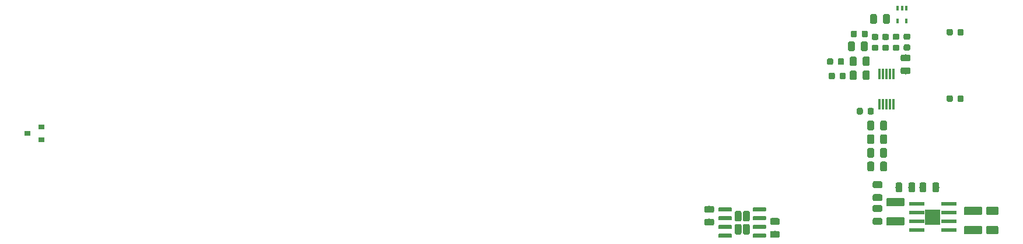
<source format=gbr>
G04 #@! TF.GenerationSoftware,KiCad,Pcbnew,(5.1.2)-1*
G04 #@! TF.CreationDate,2020-09-10T12:17:47+02:00*
G04 #@! TF.ProjectId,AFE_1CH_2V0,4146455f-3143-4485-9f32-56302e6b6963,3.1*
G04 #@! TF.SameCoordinates,Original*
G04 #@! TF.FileFunction,Paste,Bot*
G04 #@! TF.FilePolarity,Positive*
%FSLAX46Y46*%
G04 Gerber Fmt 4.6, Leading zero omitted, Abs format (unit mm)*
G04 Created by KiCad (PCBNEW (5.1.2)-1) date 2020-09-10 12:17:47*
%MOMM*%
%LPD*%
G04 APERTURE LIST*
%ADD10C,0.100000*%
%ADD11C,0.600000*%
%ADD12C,0.970000*%
%ADD13C,0.975000*%
%ADD14C,0.875000*%
%ADD15C,1.250000*%
%ADD16R,0.900000X0.800000*%
%ADD17R,0.330200X1.512799*%
%ADD18R,0.400000X0.650000*%
%ADD19R,2.184400X0.558800*%
%ADD20R,2.286000X2.286000*%
G04 APERTURE END LIST*
D10*
G36*
X202994303Y-87411722D02*
G01*
X203008864Y-87413882D01*
X203023143Y-87417459D01*
X203037003Y-87422418D01*
X203050310Y-87428712D01*
X203062936Y-87436280D01*
X203074759Y-87445048D01*
X203085666Y-87454934D01*
X203095552Y-87465841D01*
X203104320Y-87477664D01*
X203111888Y-87490290D01*
X203118182Y-87503597D01*
X203123141Y-87517457D01*
X203126718Y-87531736D01*
X203128878Y-87546297D01*
X203129600Y-87561000D01*
X203129600Y-87861000D01*
X203128878Y-87875703D01*
X203126718Y-87890264D01*
X203123141Y-87904543D01*
X203118182Y-87918403D01*
X203111888Y-87931710D01*
X203104320Y-87944336D01*
X203095552Y-87956159D01*
X203085666Y-87967066D01*
X203074759Y-87976952D01*
X203062936Y-87985720D01*
X203050310Y-87993288D01*
X203037003Y-87999582D01*
X203023143Y-88004541D01*
X203008864Y-88008118D01*
X202994303Y-88010278D01*
X202979600Y-88011000D01*
X201329600Y-88011000D01*
X201314897Y-88010278D01*
X201300336Y-88008118D01*
X201286057Y-88004541D01*
X201272197Y-87999582D01*
X201258890Y-87993288D01*
X201246264Y-87985720D01*
X201234441Y-87976952D01*
X201223534Y-87967066D01*
X201213648Y-87956159D01*
X201204880Y-87944336D01*
X201197312Y-87931710D01*
X201191018Y-87918403D01*
X201186059Y-87904543D01*
X201182482Y-87890264D01*
X201180322Y-87875703D01*
X201179600Y-87861000D01*
X201179600Y-87561000D01*
X201180322Y-87546297D01*
X201182482Y-87531736D01*
X201186059Y-87517457D01*
X201191018Y-87503597D01*
X201197312Y-87490290D01*
X201204880Y-87477664D01*
X201213648Y-87465841D01*
X201223534Y-87454934D01*
X201234441Y-87445048D01*
X201246264Y-87436280D01*
X201258890Y-87428712D01*
X201272197Y-87422418D01*
X201286057Y-87417459D01*
X201300336Y-87413882D01*
X201314897Y-87411722D01*
X201329600Y-87411000D01*
X202979600Y-87411000D01*
X202994303Y-87411722D01*
X202994303Y-87411722D01*
G37*
D11*
X202154600Y-87711000D03*
D10*
G36*
X202994303Y-86141722D02*
G01*
X203008864Y-86143882D01*
X203023143Y-86147459D01*
X203037003Y-86152418D01*
X203050310Y-86158712D01*
X203062936Y-86166280D01*
X203074759Y-86175048D01*
X203085666Y-86184934D01*
X203095552Y-86195841D01*
X203104320Y-86207664D01*
X203111888Y-86220290D01*
X203118182Y-86233597D01*
X203123141Y-86247457D01*
X203126718Y-86261736D01*
X203128878Y-86276297D01*
X203129600Y-86291000D01*
X203129600Y-86591000D01*
X203128878Y-86605703D01*
X203126718Y-86620264D01*
X203123141Y-86634543D01*
X203118182Y-86648403D01*
X203111888Y-86661710D01*
X203104320Y-86674336D01*
X203095552Y-86686159D01*
X203085666Y-86697066D01*
X203074759Y-86706952D01*
X203062936Y-86715720D01*
X203050310Y-86723288D01*
X203037003Y-86729582D01*
X203023143Y-86734541D01*
X203008864Y-86738118D01*
X202994303Y-86740278D01*
X202979600Y-86741000D01*
X201329600Y-86741000D01*
X201314897Y-86740278D01*
X201300336Y-86738118D01*
X201286057Y-86734541D01*
X201272197Y-86729582D01*
X201258890Y-86723288D01*
X201246264Y-86715720D01*
X201234441Y-86706952D01*
X201223534Y-86697066D01*
X201213648Y-86686159D01*
X201204880Y-86674336D01*
X201197312Y-86661710D01*
X201191018Y-86648403D01*
X201186059Y-86634543D01*
X201182482Y-86620264D01*
X201180322Y-86605703D01*
X201179600Y-86591000D01*
X201179600Y-86291000D01*
X201180322Y-86276297D01*
X201182482Y-86261736D01*
X201186059Y-86247457D01*
X201191018Y-86233597D01*
X201197312Y-86220290D01*
X201204880Y-86207664D01*
X201213648Y-86195841D01*
X201223534Y-86184934D01*
X201234441Y-86175048D01*
X201246264Y-86166280D01*
X201258890Y-86158712D01*
X201272197Y-86152418D01*
X201286057Y-86147459D01*
X201300336Y-86143882D01*
X201314897Y-86141722D01*
X201329600Y-86141000D01*
X202979600Y-86141000D01*
X202994303Y-86141722D01*
X202994303Y-86141722D01*
G37*
D11*
X202154600Y-86441000D03*
D10*
G36*
X202994303Y-84871722D02*
G01*
X203008864Y-84873882D01*
X203023143Y-84877459D01*
X203037003Y-84882418D01*
X203050310Y-84888712D01*
X203062936Y-84896280D01*
X203074759Y-84905048D01*
X203085666Y-84914934D01*
X203095552Y-84925841D01*
X203104320Y-84937664D01*
X203111888Y-84950290D01*
X203118182Y-84963597D01*
X203123141Y-84977457D01*
X203126718Y-84991736D01*
X203128878Y-85006297D01*
X203129600Y-85021000D01*
X203129600Y-85321000D01*
X203128878Y-85335703D01*
X203126718Y-85350264D01*
X203123141Y-85364543D01*
X203118182Y-85378403D01*
X203111888Y-85391710D01*
X203104320Y-85404336D01*
X203095552Y-85416159D01*
X203085666Y-85427066D01*
X203074759Y-85436952D01*
X203062936Y-85445720D01*
X203050310Y-85453288D01*
X203037003Y-85459582D01*
X203023143Y-85464541D01*
X203008864Y-85468118D01*
X202994303Y-85470278D01*
X202979600Y-85471000D01*
X201329600Y-85471000D01*
X201314897Y-85470278D01*
X201300336Y-85468118D01*
X201286057Y-85464541D01*
X201272197Y-85459582D01*
X201258890Y-85453288D01*
X201246264Y-85445720D01*
X201234441Y-85436952D01*
X201223534Y-85427066D01*
X201213648Y-85416159D01*
X201204880Y-85404336D01*
X201197312Y-85391710D01*
X201191018Y-85378403D01*
X201186059Y-85364543D01*
X201182482Y-85350264D01*
X201180322Y-85335703D01*
X201179600Y-85321000D01*
X201179600Y-85021000D01*
X201180322Y-85006297D01*
X201182482Y-84991736D01*
X201186059Y-84977457D01*
X201191018Y-84963597D01*
X201197312Y-84950290D01*
X201204880Y-84937664D01*
X201213648Y-84925841D01*
X201223534Y-84914934D01*
X201234441Y-84905048D01*
X201246264Y-84896280D01*
X201258890Y-84888712D01*
X201272197Y-84882418D01*
X201286057Y-84877459D01*
X201300336Y-84873882D01*
X201314897Y-84871722D01*
X201329600Y-84871000D01*
X202979600Y-84871000D01*
X202994303Y-84871722D01*
X202994303Y-84871722D01*
G37*
D11*
X202154600Y-85171000D03*
D10*
G36*
X202994303Y-83601722D02*
G01*
X203008864Y-83603882D01*
X203023143Y-83607459D01*
X203037003Y-83612418D01*
X203050310Y-83618712D01*
X203062936Y-83626280D01*
X203074759Y-83635048D01*
X203085666Y-83644934D01*
X203095552Y-83655841D01*
X203104320Y-83667664D01*
X203111888Y-83680290D01*
X203118182Y-83693597D01*
X203123141Y-83707457D01*
X203126718Y-83721736D01*
X203128878Y-83736297D01*
X203129600Y-83751000D01*
X203129600Y-84051000D01*
X203128878Y-84065703D01*
X203126718Y-84080264D01*
X203123141Y-84094543D01*
X203118182Y-84108403D01*
X203111888Y-84121710D01*
X203104320Y-84134336D01*
X203095552Y-84146159D01*
X203085666Y-84157066D01*
X203074759Y-84166952D01*
X203062936Y-84175720D01*
X203050310Y-84183288D01*
X203037003Y-84189582D01*
X203023143Y-84194541D01*
X203008864Y-84198118D01*
X202994303Y-84200278D01*
X202979600Y-84201000D01*
X201329600Y-84201000D01*
X201314897Y-84200278D01*
X201300336Y-84198118D01*
X201286057Y-84194541D01*
X201272197Y-84189582D01*
X201258890Y-84183288D01*
X201246264Y-84175720D01*
X201234441Y-84166952D01*
X201223534Y-84157066D01*
X201213648Y-84146159D01*
X201204880Y-84134336D01*
X201197312Y-84121710D01*
X201191018Y-84108403D01*
X201186059Y-84094543D01*
X201182482Y-84080264D01*
X201180322Y-84065703D01*
X201179600Y-84051000D01*
X201179600Y-83751000D01*
X201180322Y-83736297D01*
X201182482Y-83721736D01*
X201186059Y-83707457D01*
X201191018Y-83693597D01*
X201197312Y-83680290D01*
X201204880Y-83667664D01*
X201213648Y-83655841D01*
X201223534Y-83644934D01*
X201234441Y-83635048D01*
X201246264Y-83626280D01*
X201258890Y-83618712D01*
X201272197Y-83612418D01*
X201286057Y-83607459D01*
X201300336Y-83603882D01*
X201314897Y-83601722D01*
X201329600Y-83601000D01*
X202979600Y-83601000D01*
X202994303Y-83601722D01*
X202994303Y-83601722D01*
G37*
D11*
X202154600Y-83901000D03*
D10*
G36*
X198044303Y-83601722D02*
G01*
X198058864Y-83603882D01*
X198073143Y-83607459D01*
X198087003Y-83612418D01*
X198100310Y-83618712D01*
X198112936Y-83626280D01*
X198124759Y-83635048D01*
X198135666Y-83644934D01*
X198145552Y-83655841D01*
X198154320Y-83667664D01*
X198161888Y-83680290D01*
X198168182Y-83693597D01*
X198173141Y-83707457D01*
X198176718Y-83721736D01*
X198178878Y-83736297D01*
X198179600Y-83751000D01*
X198179600Y-84051000D01*
X198178878Y-84065703D01*
X198176718Y-84080264D01*
X198173141Y-84094543D01*
X198168182Y-84108403D01*
X198161888Y-84121710D01*
X198154320Y-84134336D01*
X198145552Y-84146159D01*
X198135666Y-84157066D01*
X198124759Y-84166952D01*
X198112936Y-84175720D01*
X198100310Y-84183288D01*
X198087003Y-84189582D01*
X198073143Y-84194541D01*
X198058864Y-84198118D01*
X198044303Y-84200278D01*
X198029600Y-84201000D01*
X196379600Y-84201000D01*
X196364897Y-84200278D01*
X196350336Y-84198118D01*
X196336057Y-84194541D01*
X196322197Y-84189582D01*
X196308890Y-84183288D01*
X196296264Y-84175720D01*
X196284441Y-84166952D01*
X196273534Y-84157066D01*
X196263648Y-84146159D01*
X196254880Y-84134336D01*
X196247312Y-84121710D01*
X196241018Y-84108403D01*
X196236059Y-84094543D01*
X196232482Y-84080264D01*
X196230322Y-84065703D01*
X196229600Y-84051000D01*
X196229600Y-83751000D01*
X196230322Y-83736297D01*
X196232482Y-83721736D01*
X196236059Y-83707457D01*
X196241018Y-83693597D01*
X196247312Y-83680290D01*
X196254880Y-83667664D01*
X196263648Y-83655841D01*
X196273534Y-83644934D01*
X196284441Y-83635048D01*
X196296264Y-83626280D01*
X196308890Y-83618712D01*
X196322197Y-83612418D01*
X196336057Y-83607459D01*
X196350336Y-83603882D01*
X196364897Y-83601722D01*
X196379600Y-83601000D01*
X198029600Y-83601000D01*
X198044303Y-83601722D01*
X198044303Y-83601722D01*
G37*
D11*
X197204600Y-83901000D03*
D10*
G36*
X198044303Y-84871722D02*
G01*
X198058864Y-84873882D01*
X198073143Y-84877459D01*
X198087003Y-84882418D01*
X198100310Y-84888712D01*
X198112936Y-84896280D01*
X198124759Y-84905048D01*
X198135666Y-84914934D01*
X198145552Y-84925841D01*
X198154320Y-84937664D01*
X198161888Y-84950290D01*
X198168182Y-84963597D01*
X198173141Y-84977457D01*
X198176718Y-84991736D01*
X198178878Y-85006297D01*
X198179600Y-85021000D01*
X198179600Y-85321000D01*
X198178878Y-85335703D01*
X198176718Y-85350264D01*
X198173141Y-85364543D01*
X198168182Y-85378403D01*
X198161888Y-85391710D01*
X198154320Y-85404336D01*
X198145552Y-85416159D01*
X198135666Y-85427066D01*
X198124759Y-85436952D01*
X198112936Y-85445720D01*
X198100310Y-85453288D01*
X198087003Y-85459582D01*
X198073143Y-85464541D01*
X198058864Y-85468118D01*
X198044303Y-85470278D01*
X198029600Y-85471000D01*
X196379600Y-85471000D01*
X196364897Y-85470278D01*
X196350336Y-85468118D01*
X196336057Y-85464541D01*
X196322197Y-85459582D01*
X196308890Y-85453288D01*
X196296264Y-85445720D01*
X196284441Y-85436952D01*
X196273534Y-85427066D01*
X196263648Y-85416159D01*
X196254880Y-85404336D01*
X196247312Y-85391710D01*
X196241018Y-85378403D01*
X196236059Y-85364543D01*
X196232482Y-85350264D01*
X196230322Y-85335703D01*
X196229600Y-85321000D01*
X196229600Y-85021000D01*
X196230322Y-85006297D01*
X196232482Y-84991736D01*
X196236059Y-84977457D01*
X196241018Y-84963597D01*
X196247312Y-84950290D01*
X196254880Y-84937664D01*
X196263648Y-84925841D01*
X196273534Y-84914934D01*
X196284441Y-84905048D01*
X196296264Y-84896280D01*
X196308890Y-84888712D01*
X196322197Y-84882418D01*
X196336057Y-84877459D01*
X196350336Y-84873882D01*
X196364897Y-84871722D01*
X196379600Y-84871000D01*
X198029600Y-84871000D01*
X198044303Y-84871722D01*
X198044303Y-84871722D01*
G37*
D11*
X197204600Y-85171000D03*
D10*
G36*
X198044303Y-86141722D02*
G01*
X198058864Y-86143882D01*
X198073143Y-86147459D01*
X198087003Y-86152418D01*
X198100310Y-86158712D01*
X198112936Y-86166280D01*
X198124759Y-86175048D01*
X198135666Y-86184934D01*
X198145552Y-86195841D01*
X198154320Y-86207664D01*
X198161888Y-86220290D01*
X198168182Y-86233597D01*
X198173141Y-86247457D01*
X198176718Y-86261736D01*
X198178878Y-86276297D01*
X198179600Y-86291000D01*
X198179600Y-86591000D01*
X198178878Y-86605703D01*
X198176718Y-86620264D01*
X198173141Y-86634543D01*
X198168182Y-86648403D01*
X198161888Y-86661710D01*
X198154320Y-86674336D01*
X198145552Y-86686159D01*
X198135666Y-86697066D01*
X198124759Y-86706952D01*
X198112936Y-86715720D01*
X198100310Y-86723288D01*
X198087003Y-86729582D01*
X198073143Y-86734541D01*
X198058864Y-86738118D01*
X198044303Y-86740278D01*
X198029600Y-86741000D01*
X196379600Y-86741000D01*
X196364897Y-86740278D01*
X196350336Y-86738118D01*
X196336057Y-86734541D01*
X196322197Y-86729582D01*
X196308890Y-86723288D01*
X196296264Y-86715720D01*
X196284441Y-86706952D01*
X196273534Y-86697066D01*
X196263648Y-86686159D01*
X196254880Y-86674336D01*
X196247312Y-86661710D01*
X196241018Y-86648403D01*
X196236059Y-86634543D01*
X196232482Y-86620264D01*
X196230322Y-86605703D01*
X196229600Y-86591000D01*
X196229600Y-86291000D01*
X196230322Y-86276297D01*
X196232482Y-86261736D01*
X196236059Y-86247457D01*
X196241018Y-86233597D01*
X196247312Y-86220290D01*
X196254880Y-86207664D01*
X196263648Y-86195841D01*
X196273534Y-86184934D01*
X196284441Y-86175048D01*
X196296264Y-86166280D01*
X196308890Y-86158712D01*
X196322197Y-86152418D01*
X196336057Y-86147459D01*
X196350336Y-86143882D01*
X196364897Y-86141722D01*
X196379600Y-86141000D01*
X198029600Y-86141000D01*
X198044303Y-86141722D01*
X198044303Y-86141722D01*
G37*
D11*
X197204600Y-86441000D03*
D10*
G36*
X198044303Y-87411722D02*
G01*
X198058864Y-87413882D01*
X198073143Y-87417459D01*
X198087003Y-87422418D01*
X198100310Y-87428712D01*
X198112936Y-87436280D01*
X198124759Y-87445048D01*
X198135666Y-87454934D01*
X198145552Y-87465841D01*
X198154320Y-87477664D01*
X198161888Y-87490290D01*
X198168182Y-87503597D01*
X198173141Y-87517457D01*
X198176718Y-87531736D01*
X198178878Y-87546297D01*
X198179600Y-87561000D01*
X198179600Y-87861000D01*
X198178878Y-87875703D01*
X198176718Y-87890264D01*
X198173141Y-87904543D01*
X198168182Y-87918403D01*
X198161888Y-87931710D01*
X198154320Y-87944336D01*
X198145552Y-87956159D01*
X198135666Y-87967066D01*
X198124759Y-87976952D01*
X198112936Y-87985720D01*
X198100310Y-87993288D01*
X198087003Y-87999582D01*
X198073143Y-88004541D01*
X198058864Y-88008118D01*
X198044303Y-88010278D01*
X198029600Y-88011000D01*
X196379600Y-88011000D01*
X196364897Y-88010278D01*
X196350336Y-88008118D01*
X196336057Y-88004541D01*
X196322197Y-87999582D01*
X196308890Y-87993288D01*
X196296264Y-87985720D01*
X196284441Y-87976952D01*
X196273534Y-87967066D01*
X196263648Y-87956159D01*
X196254880Y-87944336D01*
X196247312Y-87931710D01*
X196241018Y-87918403D01*
X196236059Y-87904543D01*
X196232482Y-87890264D01*
X196230322Y-87875703D01*
X196229600Y-87861000D01*
X196229600Y-87561000D01*
X196230322Y-87546297D01*
X196232482Y-87531736D01*
X196236059Y-87517457D01*
X196241018Y-87503597D01*
X196247312Y-87490290D01*
X196254880Y-87477664D01*
X196263648Y-87465841D01*
X196273534Y-87454934D01*
X196284441Y-87445048D01*
X196296264Y-87436280D01*
X196308890Y-87428712D01*
X196322197Y-87422418D01*
X196336057Y-87417459D01*
X196350336Y-87413882D01*
X196364897Y-87411722D01*
X196379600Y-87411000D01*
X198029600Y-87411000D01*
X198044303Y-87411722D01*
X198044303Y-87411722D01*
G37*
D11*
X197204600Y-87711000D03*
D10*
G36*
X200545869Y-84087168D02*
G01*
X200569409Y-84090660D01*
X200592494Y-84096442D01*
X200614901Y-84104459D01*
X200636414Y-84114634D01*
X200656826Y-84126869D01*
X200675940Y-84141045D01*
X200693573Y-84157027D01*
X200709555Y-84174660D01*
X200723731Y-84193774D01*
X200735966Y-84214186D01*
X200746141Y-84235699D01*
X200754158Y-84258106D01*
X200759940Y-84281191D01*
X200763432Y-84304731D01*
X200764600Y-84328500D01*
X200764600Y-85383500D01*
X200763432Y-85407269D01*
X200759940Y-85430809D01*
X200754158Y-85453894D01*
X200746141Y-85476301D01*
X200735966Y-85497814D01*
X200723731Y-85518226D01*
X200709555Y-85537340D01*
X200693573Y-85554973D01*
X200675940Y-85570955D01*
X200656826Y-85585131D01*
X200636414Y-85597366D01*
X200614901Y-85607541D01*
X200592494Y-85615558D01*
X200569409Y-85621340D01*
X200545869Y-85624832D01*
X200522100Y-85626000D01*
X200037100Y-85626000D01*
X200013331Y-85624832D01*
X199989791Y-85621340D01*
X199966706Y-85615558D01*
X199944299Y-85607541D01*
X199922786Y-85597366D01*
X199902374Y-85585131D01*
X199883260Y-85570955D01*
X199865627Y-85554973D01*
X199849645Y-85537340D01*
X199835469Y-85518226D01*
X199823234Y-85497814D01*
X199813059Y-85476301D01*
X199805042Y-85453894D01*
X199799260Y-85430809D01*
X199795768Y-85407269D01*
X199794600Y-85383500D01*
X199794600Y-84328500D01*
X199795768Y-84304731D01*
X199799260Y-84281191D01*
X199805042Y-84258106D01*
X199813059Y-84235699D01*
X199823234Y-84214186D01*
X199835469Y-84193774D01*
X199849645Y-84174660D01*
X199865627Y-84157027D01*
X199883260Y-84141045D01*
X199902374Y-84126869D01*
X199922786Y-84114634D01*
X199944299Y-84104459D01*
X199966706Y-84096442D01*
X199989791Y-84090660D01*
X200013331Y-84087168D01*
X200037100Y-84086000D01*
X200522100Y-84086000D01*
X200545869Y-84087168D01*
X200545869Y-84087168D01*
G37*
D12*
X200279600Y-84856000D03*
D10*
G36*
X200545869Y-85987168D02*
G01*
X200569409Y-85990660D01*
X200592494Y-85996442D01*
X200614901Y-86004459D01*
X200636414Y-86014634D01*
X200656826Y-86026869D01*
X200675940Y-86041045D01*
X200693573Y-86057027D01*
X200709555Y-86074660D01*
X200723731Y-86093774D01*
X200735966Y-86114186D01*
X200746141Y-86135699D01*
X200754158Y-86158106D01*
X200759940Y-86181191D01*
X200763432Y-86204731D01*
X200764600Y-86228500D01*
X200764600Y-87283500D01*
X200763432Y-87307269D01*
X200759940Y-87330809D01*
X200754158Y-87353894D01*
X200746141Y-87376301D01*
X200735966Y-87397814D01*
X200723731Y-87418226D01*
X200709555Y-87437340D01*
X200693573Y-87454973D01*
X200675940Y-87470955D01*
X200656826Y-87485131D01*
X200636414Y-87497366D01*
X200614901Y-87507541D01*
X200592494Y-87515558D01*
X200569409Y-87521340D01*
X200545869Y-87524832D01*
X200522100Y-87526000D01*
X200037100Y-87526000D01*
X200013331Y-87524832D01*
X199989791Y-87521340D01*
X199966706Y-87515558D01*
X199944299Y-87507541D01*
X199922786Y-87497366D01*
X199902374Y-87485131D01*
X199883260Y-87470955D01*
X199865627Y-87454973D01*
X199849645Y-87437340D01*
X199835469Y-87418226D01*
X199823234Y-87397814D01*
X199813059Y-87376301D01*
X199805042Y-87353894D01*
X199799260Y-87330809D01*
X199795768Y-87307269D01*
X199794600Y-87283500D01*
X199794600Y-86228500D01*
X199795768Y-86204731D01*
X199799260Y-86181191D01*
X199805042Y-86158106D01*
X199813059Y-86135699D01*
X199823234Y-86114186D01*
X199835469Y-86093774D01*
X199849645Y-86074660D01*
X199865627Y-86057027D01*
X199883260Y-86041045D01*
X199902374Y-86026869D01*
X199922786Y-86014634D01*
X199944299Y-86004459D01*
X199966706Y-85996442D01*
X199989791Y-85990660D01*
X200013331Y-85987168D01*
X200037100Y-85986000D01*
X200522100Y-85986000D01*
X200545869Y-85987168D01*
X200545869Y-85987168D01*
G37*
D12*
X200279600Y-86756000D03*
D10*
G36*
X199345869Y-84087168D02*
G01*
X199369409Y-84090660D01*
X199392494Y-84096442D01*
X199414901Y-84104459D01*
X199436414Y-84114634D01*
X199456826Y-84126869D01*
X199475940Y-84141045D01*
X199493573Y-84157027D01*
X199509555Y-84174660D01*
X199523731Y-84193774D01*
X199535966Y-84214186D01*
X199546141Y-84235699D01*
X199554158Y-84258106D01*
X199559940Y-84281191D01*
X199563432Y-84304731D01*
X199564600Y-84328500D01*
X199564600Y-85383500D01*
X199563432Y-85407269D01*
X199559940Y-85430809D01*
X199554158Y-85453894D01*
X199546141Y-85476301D01*
X199535966Y-85497814D01*
X199523731Y-85518226D01*
X199509555Y-85537340D01*
X199493573Y-85554973D01*
X199475940Y-85570955D01*
X199456826Y-85585131D01*
X199436414Y-85597366D01*
X199414901Y-85607541D01*
X199392494Y-85615558D01*
X199369409Y-85621340D01*
X199345869Y-85624832D01*
X199322100Y-85626000D01*
X198837100Y-85626000D01*
X198813331Y-85624832D01*
X198789791Y-85621340D01*
X198766706Y-85615558D01*
X198744299Y-85607541D01*
X198722786Y-85597366D01*
X198702374Y-85585131D01*
X198683260Y-85570955D01*
X198665627Y-85554973D01*
X198649645Y-85537340D01*
X198635469Y-85518226D01*
X198623234Y-85497814D01*
X198613059Y-85476301D01*
X198605042Y-85453894D01*
X198599260Y-85430809D01*
X198595768Y-85407269D01*
X198594600Y-85383500D01*
X198594600Y-84328500D01*
X198595768Y-84304731D01*
X198599260Y-84281191D01*
X198605042Y-84258106D01*
X198613059Y-84235699D01*
X198623234Y-84214186D01*
X198635469Y-84193774D01*
X198649645Y-84174660D01*
X198665627Y-84157027D01*
X198683260Y-84141045D01*
X198702374Y-84126869D01*
X198722786Y-84114634D01*
X198744299Y-84104459D01*
X198766706Y-84096442D01*
X198789791Y-84090660D01*
X198813331Y-84087168D01*
X198837100Y-84086000D01*
X199322100Y-84086000D01*
X199345869Y-84087168D01*
X199345869Y-84087168D01*
G37*
D12*
X199079600Y-84856000D03*
D10*
G36*
X199345869Y-85987168D02*
G01*
X199369409Y-85990660D01*
X199392494Y-85996442D01*
X199414901Y-86004459D01*
X199436414Y-86014634D01*
X199456826Y-86026869D01*
X199475940Y-86041045D01*
X199493573Y-86057027D01*
X199509555Y-86074660D01*
X199523731Y-86093774D01*
X199535966Y-86114186D01*
X199546141Y-86135699D01*
X199554158Y-86158106D01*
X199559940Y-86181191D01*
X199563432Y-86204731D01*
X199564600Y-86228500D01*
X199564600Y-87283500D01*
X199563432Y-87307269D01*
X199559940Y-87330809D01*
X199554158Y-87353894D01*
X199546141Y-87376301D01*
X199535966Y-87397814D01*
X199523731Y-87418226D01*
X199509555Y-87437340D01*
X199493573Y-87454973D01*
X199475940Y-87470955D01*
X199456826Y-87485131D01*
X199436414Y-87497366D01*
X199414901Y-87507541D01*
X199392494Y-87515558D01*
X199369409Y-87521340D01*
X199345869Y-87524832D01*
X199322100Y-87526000D01*
X198837100Y-87526000D01*
X198813331Y-87524832D01*
X198789791Y-87521340D01*
X198766706Y-87515558D01*
X198744299Y-87507541D01*
X198722786Y-87497366D01*
X198702374Y-87485131D01*
X198683260Y-87470955D01*
X198665627Y-87454973D01*
X198649645Y-87437340D01*
X198635469Y-87418226D01*
X198623234Y-87397814D01*
X198613059Y-87376301D01*
X198605042Y-87353894D01*
X198599260Y-87330809D01*
X198595768Y-87307269D01*
X198594600Y-87283500D01*
X198594600Y-86228500D01*
X198595768Y-86204731D01*
X198599260Y-86181191D01*
X198605042Y-86158106D01*
X198613059Y-86135699D01*
X198623234Y-86114186D01*
X198635469Y-86093774D01*
X198649645Y-86074660D01*
X198665627Y-86057027D01*
X198683260Y-86041045D01*
X198702374Y-86026869D01*
X198722786Y-86014634D01*
X198744299Y-86004459D01*
X198766706Y-85996442D01*
X198789791Y-85990660D01*
X198813331Y-85987168D01*
X198837100Y-85986000D01*
X199322100Y-85986000D01*
X199345869Y-85987168D01*
X199345869Y-85987168D01*
G37*
D12*
X199079600Y-86756000D03*
D10*
G36*
X204899342Y-85139374D02*
G01*
X204923003Y-85142884D01*
X204946207Y-85148696D01*
X204968729Y-85156754D01*
X204990353Y-85166982D01*
X205010870Y-85179279D01*
X205030083Y-85193529D01*
X205047807Y-85209593D01*
X205063871Y-85227317D01*
X205078121Y-85246530D01*
X205090418Y-85267047D01*
X205100646Y-85288671D01*
X205108704Y-85311193D01*
X205114516Y-85334397D01*
X205118026Y-85358058D01*
X205119200Y-85381950D01*
X205119200Y-85869450D01*
X205118026Y-85893342D01*
X205114516Y-85917003D01*
X205108704Y-85940207D01*
X205100646Y-85962729D01*
X205090418Y-85984353D01*
X205078121Y-86004870D01*
X205063871Y-86024083D01*
X205047807Y-86041807D01*
X205030083Y-86057871D01*
X205010870Y-86072121D01*
X204990353Y-86084418D01*
X204968729Y-86094646D01*
X204946207Y-86102704D01*
X204923003Y-86108516D01*
X204899342Y-86112026D01*
X204875450Y-86113200D01*
X203962950Y-86113200D01*
X203939058Y-86112026D01*
X203915397Y-86108516D01*
X203892193Y-86102704D01*
X203869671Y-86094646D01*
X203848047Y-86084418D01*
X203827530Y-86072121D01*
X203808317Y-86057871D01*
X203790593Y-86041807D01*
X203774529Y-86024083D01*
X203760279Y-86004870D01*
X203747982Y-85984353D01*
X203737754Y-85962729D01*
X203729696Y-85940207D01*
X203723884Y-85917003D01*
X203720374Y-85893342D01*
X203719200Y-85869450D01*
X203719200Y-85381950D01*
X203720374Y-85358058D01*
X203723884Y-85334397D01*
X203729696Y-85311193D01*
X203737754Y-85288671D01*
X203747982Y-85267047D01*
X203760279Y-85246530D01*
X203774529Y-85227317D01*
X203790593Y-85209593D01*
X203808317Y-85193529D01*
X203827530Y-85179279D01*
X203848047Y-85166982D01*
X203869671Y-85156754D01*
X203892193Y-85148696D01*
X203915397Y-85142884D01*
X203939058Y-85139374D01*
X203962950Y-85138200D01*
X204875450Y-85138200D01*
X204899342Y-85139374D01*
X204899342Y-85139374D01*
G37*
D13*
X204419200Y-85625700D03*
D10*
G36*
X204899342Y-87014374D02*
G01*
X204923003Y-87017884D01*
X204946207Y-87023696D01*
X204968729Y-87031754D01*
X204990353Y-87041982D01*
X205010870Y-87054279D01*
X205030083Y-87068529D01*
X205047807Y-87084593D01*
X205063871Y-87102317D01*
X205078121Y-87121530D01*
X205090418Y-87142047D01*
X205100646Y-87163671D01*
X205108704Y-87186193D01*
X205114516Y-87209397D01*
X205118026Y-87233058D01*
X205119200Y-87256950D01*
X205119200Y-87744450D01*
X205118026Y-87768342D01*
X205114516Y-87792003D01*
X205108704Y-87815207D01*
X205100646Y-87837729D01*
X205090418Y-87859353D01*
X205078121Y-87879870D01*
X205063871Y-87899083D01*
X205047807Y-87916807D01*
X205030083Y-87932871D01*
X205010870Y-87947121D01*
X204990353Y-87959418D01*
X204968729Y-87969646D01*
X204946207Y-87977704D01*
X204923003Y-87983516D01*
X204899342Y-87987026D01*
X204875450Y-87988200D01*
X203962950Y-87988200D01*
X203939058Y-87987026D01*
X203915397Y-87983516D01*
X203892193Y-87977704D01*
X203869671Y-87969646D01*
X203848047Y-87959418D01*
X203827530Y-87947121D01*
X203808317Y-87932871D01*
X203790593Y-87916807D01*
X203774529Y-87899083D01*
X203760279Y-87879870D01*
X203747982Y-87859353D01*
X203737754Y-87837729D01*
X203729696Y-87815207D01*
X203723884Y-87792003D01*
X203720374Y-87768342D01*
X203719200Y-87744450D01*
X203719200Y-87256950D01*
X203720374Y-87233058D01*
X203723884Y-87209397D01*
X203729696Y-87186193D01*
X203737754Y-87163671D01*
X203747982Y-87142047D01*
X203760279Y-87121530D01*
X203774529Y-87102317D01*
X203790593Y-87084593D01*
X203808317Y-87068529D01*
X203827530Y-87054279D01*
X203848047Y-87041982D01*
X203869671Y-87031754D01*
X203892193Y-87023696D01*
X203915397Y-87017884D01*
X203939058Y-87014374D01*
X203962950Y-87013200D01*
X204875450Y-87013200D01*
X204899342Y-87014374D01*
X204899342Y-87014374D01*
G37*
D13*
X204419200Y-87500700D03*
D10*
G36*
X195374342Y-83366174D02*
G01*
X195398003Y-83369684D01*
X195421207Y-83375496D01*
X195443729Y-83383554D01*
X195465353Y-83393782D01*
X195485870Y-83406079D01*
X195505083Y-83420329D01*
X195522807Y-83436393D01*
X195538871Y-83454117D01*
X195553121Y-83473330D01*
X195565418Y-83493847D01*
X195575646Y-83515471D01*
X195583704Y-83537993D01*
X195589516Y-83561197D01*
X195593026Y-83584858D01*
X195594200Y-83608750D01*
X195594200Y-84096250D01*
X195593026Y-84120142D01*
X195589516Y-84143803D01*
X195583704Y-84167007D01*
X195575646Y-84189529D01*
X195565418Y-84211153D01*
X195553121Y-84231670D01*
X195538871Y-84250883D01*
X195522807Y-84268607D01*
X195505083Y-84284671D01*
X195485870Y-84298921D01*
X195465353Y-84311218D01*
X195443729Y-84321446D01*
X195421207Y-84329504D01*
X195398003Y-84335316D01*
X195374342Y-84338826D01*
X195350450Y-84340000D01*
X194437950Y-84340000D01*
X194414058Y-84338826D01*
X194390397Y-84335316D01*
X194367193Y-84329504D01*
X194344671Y-84321446D01*
X194323047Y-84311218D01*
X194302530Y-84298921D01*
X194283317Y-84284671D01*
X194265593Y-84268607D01*
X194249529Y-84250883D01*
X194235279Y-84231670D01*
X194222982Y-84211153D01*
X194212754Y-84189529D01*
X194204696Y-84167007D01*
X194198884Y-84143803D01*
X194195374Y-84120142D01*
X194194200Y-84096250D01*
X194194200Y-83608750D01*
X194195374Y-83584858D01*
X194198884Y-83561197D01*
X194204696Y-83537993D01*
X194212754Y-83515471D01*
X194222982Y-83493847D01*
X194235279Y-83473330D01*
X194249529Y-83454117D01*
X194265593Y-83436393D01*
X194283317Y-83420329D01*
X194302530Y-83406079D01*
X194323047Y-83393782D01*
X194344671Y-83383554D01*
X194367193Y-83375496D01*
X194390397Y-83369684D01*
X194414058Y-83366174D01*
X194437950Y-83365000D01*
X195350450Y-83365000D01*
X195374342Y-83366174D01*
X195374342Y-83366174D01*
G37*
D13*
X194894200Y-83852500D03*
D10*
G36*
X195374342Y-85241174D02*
G01*
X195398003Y-85244684D01*
X195421207Y-85250496D01*
X195443729Y-85258554D01*
X195465353Y-85268782D01*
X195485870Y-85281079D01*
X195505083Y-85295329D01*
X195522807Y-85311393D01*
X195538871Y-85329117D01*
X195553121Y-85348330D01*
X195565418Y-85368847D01*
X195575646Y-85390471D01*
X195583704Y-85412993D01*
X195589516Y-85436197D01*
X195593026Y-85459858D01*
X195594200Y-85483750D01*
X195594200Y-85971250D01*
X195593026Y-85995142D01*
X195589516Y-86018803D01*
X195583704Y-86042007D01*
X195575646Y-86064529D01*
X195565418Y-86086153D01*
X195553121Y-86106670D01*
X195538871Y-86125883D01*
X195522807Y-86143607D01*
X195505083Y-86159671D01*
X195485870Y-86173921D01*
X195465353Y-86186218D01*
X195443729Y-86196446D01*
X195421207Y-86204504D01*
X195398003Y-86210316D01*
X195374342Y-86213826D01*
X195350450Y-86215000D01*
X194437950Y-86215000D01*
X194414058Y-86213826D01*
X194390397Y-86210316D01*
X194367193Y-86204504D01*
X194344671Y-86196446D01*
X194323047Y-86186218D01*
X194302530Y-86173921D01*
X194283317Y-86159671D01*
X194265593Y-86143607D01*
X194249529Y-86125883D01*
X194235279Y-86106670D01*
X194222982Y-86086153D01*
X194212754Y-86064529D01*
X194204696Y-86042007D01*
X194198884Y-86018803D01*
X194195374Y-85995142D01*
X194194200Y-85971250D01*
X194194200Y-85483750D01*
X194195374Y-85459858D01*
X194198884Y-85436197D01*
X194204696Y-85412993D01*
X194212754Y-85390471D01*
X194222982Y-85368847D01*
X194235279Y-85348330D01*
X194249529Y-85329117D01*
X194265593Y-85311393D01*
X194283317Y-85295329D01*
X194302530Y-85281079D01*
X194323047Y-85268782D01*
X194344671Y-85258554D01*
X194367193Y-85250496D01*
X194390397Y-85244684D01*
X194414058Y-85241174D01*
X194437950Y-85240000D01*
X195350450Y-85240000D01*
X195374342Y-85241174D01*
X195374342Y-85241174D01*
G37*
D13*
X194894200Y-85727500D03*
D10*
G36*
X217689691Y-57895253D02*
G01*
X217710926Y-57898403D01*
X217731750Y-57903619D01*
X217751962Y-57910851D01*
X217771368Y-57920030D01*
X217789781Y-57931066D01*
X217807024Y-57943854D01*
X217822930Y-57958270D01*
X217837346Y-57974176D01*
X217850134Y-57991419D01*
X217861170Y-58009832D01*
X217870349Y-58029238D01*
X217877581Y-58049450D01*
X217882797Y-58070274D01*
X217885947Y-58091509D01*
X217887000Y-58112950D01*
X217887000Y-58625450D01*
X217885947Y-58646891D01*
X217882797Y-58668126D01*
X217877581Y-58688950D01*
X217870349Y-58709162D01*
X217861170Y-58728568D01*
X217850134Y-58746981D01*
X217837346Y-58764224D01*
X217822930Y-58780130D01*
X217807024Y-58794546D01*
X217789781Y-58807334D01*
X217771368Y-58818370D01*
X217751962Y-58827549D01*
X217731750Y-58834781D01*
X217710926Y-58839997D01*
X217689691Y-58843147D01*
X217668250Y-58844200D01*
X217230750Y-58844200D01*
X217209309Y-58843147D01*
X217188074Y-58839997D01*
X217167250Y-58834781D01*
X217147038Y-58827549D01*
X217127632Y-58818370D01*
X217109219Y-58807334D01*
X217091976Y-58794546D01*
X217076070Y-58780130D01*
X217061654Y-58764224D01*
X217048866Y-58746981D01*
X217037830Y-58728568D01*
X217028651Y-58709162D01*
X217021419Y-58688950D01*
X217016203Y-58668126D01*
X217013053Y-58646891D01*
X217012000Y-58625450D01*
X217012000Y-58112950D01*
X217013053Y-58091509D01*
X217016203Y-58070274D01*
X217021419Y-58049450D01*
X217028651Y-58029238D01*
X217037830Y-58009832D01*
X217048866Y-57991419D01*
X217061654Y-57974176D01*
X217076070Y-57958270D01*
X217091976Y-57943854D01*
X217109219Y-57931066D01*
X217127632Y-57920030D01*
X217147038Y-57910851D01*
X217167250Y-57903619D01*
X217188074Y-57898403D01*
X217209309Y-57895253D01*
X217230750Y-57894200D01*
X217668250Y-57894200D01*
X217689691Y-57895253D01*
X217689691Y-57895253D01*
G37*
D14*
X217449500Y-58369200D03*
D10*
G36*
X216114691Y-57895253D02*
G01*
X216135926Y-57898403D01*
X216156750Y-57903619D01*
X216176962Y-57910851D01*
X216196368Y-57920030D01*
X216214781Y-57931066D01*
X216232024Y-57943854D01*
X216247930Y-57958270D01*
X216262346Y-57974176D01*
X216275134Y-57991419D01*
X216286170Y-58009832D01*
X216295349Y-58029238D01*
X216302581Y-58049450D01*
X216307797Y-58070274D01*
X216310947Y-58091509D01*
X216312000Y-58112950D01*
X216312000Y-58625450D01*
X216310947Y-58646891D01*
X216307797Y-58668126D01*
X216302581Y-58688950D01*
X216295349Y-58709162D01*
X216286170Y-58728568D01*
X216275134Y-58746981D01*
X216262346Y-58764224D01*
X216247930Y-58780130D01*
X216232024Y-58794546D01*
X216214781Y-58807334D01*
X216196368Y-58818370D01*
X216176962Y-58827549D01*
X216156750Y-58834781D01*
X216135926Y-58839997D01*
X216114691Y-58843147D01*
X216093250Y-58844200D01*
X215655750Y-58844200D01*
X215634309Y-58843147D01*
X215613074Y-58839997D01*
X215592250Y-58834781D01*
X215572038Y-58827549D01*
X215552632Y-58818370D01*
X215534219Y-58807334D01*
X215516976Y-58794546D01*
X215501070Y-58780130D01*
X215486654Y-58764224D01*
X215473866Y-58746981D01*
X215462830Y-58728568D01*
X215453651Y-58709162D01*
X215446419Y-58688950D01*
X215441203Y-58668126D01*
X215438053Y-58646891D01*
X215437000Y-58625450D01*
X215437000Y-58112950D01*
X215438053Y-58091509D01*
X215441203Y-58070274D01*
X215446419Y-58049450D01*
X215453651Y-58029238D01*
X215462830Y-58009832D01*
X215473866Y-57991419D01*
X215486654Y-57974176D01*
X215501070Y-57958270D01*
X215516976Y-57943854D01*
X215534219Y-57931066D01*
X215552632Y-57920030D01*
X215572038Y-57910851D01*
X215592250Y-57903619D01*
X215613074Y-57898403D01*
X215634309Y-57895253D01*
X215655750Y-57894200D01*
X216093250Y-57894200D01*
X216114691Y-57895253D01*
X216114691Y-57895253D01*
G37*
D14*
X215874500Y-58369200D03*
D10*
G36*
X212660291Y-61908453D02*
G01*
X212681526Y-61911603D01*
X212702350Y-61916819D01*
X212722562Y-61924051D01*
X212741968Y-61933230D01*
X212760381Y-61944266D01*
X212777624Y-61957054D01*
X212793530Y-61971470D01*
X212807946Y-61987376D01*
X212820734Y-62004619D01*
X212831770Y-62023032D01*
X212840949Y-62042438D01*
X212848181Y-62062650D01*
X212853397Y-62083474D01*
X212856547Y-62104709D01*
X212857600Y-62126150D01*
X212857600Y-62638650D01*
X212856547Y-62660091D01*
X212853397Y-62681326D01*
X212848181Y-62702150D01*
X212840949Y-62722362D01*
X212831770Y-62741768D01*
X212820734Y-62760181D01*
X212807946Y-62777424D01*
X212793530Y-62793330D01*
X212777624Y-62807746D01*
X212760381Y-62820534D01*
X212741968Y-62831570D01*
X212722562Y-62840749D01*
X212702350Y-62847981D01*
X212681526Y-62853197D01*
X212660291Y-62856347D01*
X212638850Y-62857400D01*
X212201350Y-62857400D01*
X212179909Y-62856347D01*
X212158674Y-62853197D01*
X212137850Y-62847981D01*
X212117638Y-62840749D01*
X212098232Y-62831570D01*
X212079819Y-62820534D01*
X212062576Y-62807746D01*
X212046670Y-62793330D01*
X212032254Y-62777424D01*
X212019466Y-62760181D01*
X212008430Y-62741768D01*
X211999251Y-62722362D01*
X211992019Y-62702150D01*
X211986803Y-62681326D01*
X211983653Y-62660091D01*
X211982600Y-62638650D01*
X211982600Y-62126150D01*
X211983653Y-62104709D01*
X211986803Y-62083474D01*
X211992019Y-62062650D01*
X211999251Y-62042438D01*
X212008430Y-62023032D01*
X212019466Y-62004619D01*
X212032254Y-61987376D01*
X212046670Y-61971470D01*
X212062576Y-61957054D01*
X212079819Y-61944266D01*
X212098232Y-61933230D01*
X212117638Y-61924051D01*
X212137850Y-61916819D01*
X212158674Y-61911603D01*
X212179909Y-61908453D01*
X212201350Y-61907400D01*
X212638850Y-61907400D01*
X212660291Y-61908453D01*
X212660291Y-61908453D01*
G37*
D14*
X212420100Y-62382400D03*
D10*
G36*
X214235291Y-61908453D02*
G01*
X214256526Y-61911603D01*
X214277350Y-61916819D01*
X214297562Y-61924051D01*
X214316968Y-61933230D01*
X214335381Y-61944266D01*
X214352624Y-61957054D01*
X214368530Y-61971470D01*
X214382946Y-61987376D01*
X214395734Y-62004619D01*
X214406770Y-62023032D01*
X214415949Y-62042438D01*
X214423181Y-62062650D01*
X214428397Y-62083474D01*
X214431547Y-62104709D01*
X214432600Y-62126150D01*
X214432600Y-62638650D01*
X214431547Y-62660091D01*
X214428397Y-62681326D01*
X214423181Y-62702150D01*
X214415949Y-62722362D01*
X214406770Y-62741768D01*
X214395734Y-62760181D01*
X214382946Y-62777424D01*
X214368530Y-62793330D01*
X214352624Y-62807746D01*
X214335381Y-62820534D01*
X214316968Y-62831570D01*
X214297562Y-62840749D01*
X214277350Y-62847981D01*
X214256526Y-62853197D01*
X214235291Y-62856347D01*
X214213850Y-62857400D01*
X213776350Y-62857400D01*
X213754909Y-62856347D01*
X213733674Y-62853197D01*
X213712850Y-62847981D01*
X213692638Y-62840749D01*
X213673232Y-62831570D01*
X213654819Y-62820534D01*
X213637576Y-62807746D01*
X213621670Y-62793330D01*
X213607254Y-62777424D01*
X213594466Y-62760181D01*
X213583430Y-62741768D01*
X213574251Y-62722362D01*
X213567019Y-62702150D01*
X213561803Y-62681326D01*
X213558653Y-62660091D01*
X213557600Y-62638650D01*
X213557600Y-62126150D01*
X213558653Y-62104709D01*
X213561803Y-62083474D01*
X213567019Y-62062650D01*
X213574251Y-62042438D01*
X213583430Y-62023032D01*
X213594466Y-62004619D01*
X213607254Y-61987376D01*
X213621670Y-61971470D01*
X213637576Y-61957054D01*
X213654819Y-61944266D01*
X213673232Y-61933230D01*
X213692638Y-61924051D01*
X213712850Y-61916819D01*
X213733674Y-61911603D01*
X213754909Y-61908453D01*
X213776350Y-61907400D01*
X214213850Y-61907400D01*
X214235291Y-61908453D01*
X214235291Y-61908453D01*
G37*
D14*
X213995100Y-62382400D03*
D10*
G36*
X214489291Y-63991253D02*
G01*
X214510526Y-63994403D01*
X214531350Y-63999619D01*
X214551562Y-64006851D01*
X214570968Y-64016030D01*
X214589381Y-64027066D01*
X214606624Y-64039854D01*
X214622530Y-64054270D01*
X214636946Y-64070176D01*
X214649734Y-64087419D01*
X214660770Y-64105832D01*
X214669949Y-64125238D01*
X214677181Y-64145450D01*
X214682397Y-64166274D01*
X214685547Y-64187509D01*
X214686600Y-64208950D01*
X214686600Y-64721450D01*
X214685547Y-64742891D01*
X214682397Y-64764126D01*
X214677181Y-64784950D01*
X214669949Y-64805162D01*
X214660770Y-64824568D01*
X214649734Y-64842981D01*
X214636946Y-64860224D01*
X214622530Y-64876130D01*
X214606624Y-64890546D01*
X214589381Y-64903334D01*
X214570968Y-64914370D01*
X214551562Y-64923549D01*
X214531350Y-64930781D01*
X214510526Y-64935997D01*
X214489291Y-64939147D01*
X214467850Y-64940200D01*
X214030350Y-64940200D01*
X214008909Y-64939147D01*
X213987674Y-64935997D01*
X213966850Y-64930781D01*
X213946638Y-64923549D01*
X213927232Y-64914370D01*
X213908819Y-64903334D01*
X213891576Y-64890546D01*
X213875670Y-64876130D01*
X213861254Y-64860224D01*
X213848466Y-64842981D01*
X213837430Y-64824568D01*
X213828251Y-64805162D01*
X213821019Y-64784950D01*
X213815803Y-64764126D01*
X213812653Y-64742891D01*
X213811600Y-64721450D01*
X213811600Y-64208950D01*
X213812653Y-64187509D01*
X213815803Y-64166274D01*
X213821019Y-64145450D01*
X213828251Y-64125238D01*
X213837430Y-64105832D01*
X213848466Y-64087419D01*
X213861254Y-64070176D01*
X213875670Y-64054270D01*
X213891576Y-64039854D01*
X213908819Y-64027066D01*
X213927232Y-64016030D01*
X213946638Y-64006851D01*
X213966850Y-63999619D01*
X213987674Y-63994403D01*
X214008909Y-63991253D01*
X214030350Y-63990200D01*
X214467850Y-63990200D01*
X214489291Y-63991253D01*
X214489291Y-63991253D01*
G37*
D14*
X214249100Y-64465200D03*
D10*
G36*
X212914291Y-63991253D02*
G01*
X212935526Y-63994403D01*
X212956350Y-63999619D01*
X212976562Y-64006851D01*
X212995968Y-64016030D01*
X213014381Y-64027066D01*
X213031624Y-64039854D01*
X213047530Y-64054270D01*
X213061946Y-64070176D01*
X213074734Y-64087419D01*
X213085770Y-64105832D01*
X213094949Y-64125238D01*
X213102181Y-64145450D01*
X213107397Y-64166274D01*
X213110547Y-64187509D01*
X213111600Y-64208950D01*
X213111600Y-64721450D01*
X213110547Y-64742891D01*
X213107397Y-64764126D01*
X213102181Y-64784950D01*
X213094949Y-64805162D01*
X213085770Y-64824568D01*
X213074734Y-64842981D01*
X213061946Y-64860224D01*
X213047530Y-64876130D01*
X213031624Y-64890546D01*
X213014381Y-64903334D01*
X212995968Y-64914370D01*
X212976562Y-64923549D01*
X212956350Y-64930781D01*
X212935526Y-64935997D01*
X212914291Y-64939147D01*
X212892850Y-64940200D01*
X212455350Y-64940200D01*
X212433909Y-64939147D01*
X212412674Y-64935997D01*
X212391850Y-64930781D01*
X212371638Y-64923549D01*
X212352232Y-64914370D01*
X212333819Y-64903334D01*
X212316576Y-64890546D01*
X212300670Y-64876130D01*
X212286254Y-64860224D01*
X212273466Y-64842981D01*
X212262430Y-64824568D01*
X212253251Y-64805162D01*
X212246019Y-64784950D01*
X212240803Y-64764126D01*
X212237653Y-64742891D01*
X212236600Y-64721450D01*
X212236600Y-64208950D01*
X212237653Y-64187509D01*
X212240803Y-64166274D01*
X212246019Y-64145450D01*
X212253251Y-64125238D01*
X212262430Y-64105832D01*
X212273466Y-64087419D01*
X212286254Y-64070176D01*
X212300670Y-64054270D01*
X212316576Y-64039854D01*
X212333819Y-64027066D01*
X212352232Y-64016030D01*
X212371638Y-64006851D01*
X212391850Y-63999619D01*
X212412674Y-63994403D01*
X212433909Y-63991253D01*
X212455350Y-63990200D01*
X212892850Y-63990200D01*
X212914291Y-63991253D01*
X212914291Y-63991253D01*
G37*
D14*
X212674100Y-64465200D03*
D10*
G36*
X220864342Y-55485974D02*
G01*
X220888003Y-55489484D01*
X220911207Y-55495296D01*
X220933729Y-55503354D01*
X220955353Y-55513582D01*
X220975870Y-55525879D01*
X220995083Y-55540129D01*
X221012807Y-55556193D01*
X221028871Y-55573917D01*
X221043121Y-55593130D01*
X221055418Y-55613647D01*
X221065646Y-55635271D01*
X221073704Y-55657793D01*
X221079516Y-55680997D01*
X221083026Y-55704658D01*
X221084200Y-55728550D01*
X221084200Y-56641050D01*
X221083026Y-56664942D01*
X221079516Y-56688603D01*
X221073704Y-56711807D01*
X221065646Y-56734329D01*
X221055418Y-56755953D01*
X221043121Y-56776470D01*
X221028871Y-56795683D01*
X221012807Y-56813407D01*
X220995083Y-56829471D01*
X220975870Y-56843721D01*
X220955353Y-56856018D01*
X220933729Y-56866246D01*
X220911207Y-56874304D01*
X220888003Y-56880116D01*
X220864342Y-56883626D01*
X220840450Y-56884800D01*
X220352950Y-56884800D01*
X220329058Y-56883626D01*
X220305397Y-56880116D01*
X220282193Y-56874304D01*
X220259671Y-56866246D01*
X220238047Y-56856018D01*
X220217530Y-56843721D01*
X220198317Y-56829471D01*
X220180593Y-56813407D01*
X220164529Y-56795683D01*
X220150279Y-56776470D01*
X220137982Y-56755953D01*
X220127754Y-56734329D01*
X220119696Y-56711807D01*
X220113884Y-56688603D01*
X220110374Y-56664942D01*
X220109200Y-56641050D01*
X220109200Y-55728550D01*
X220110374Y-55704658D01*
X220113884Y-55680997D01*
X220119696Y-55657793D01*
X220127754Y-55635271D01*
X220137982Y-55613647D01*
X220150279Y-55593130D01*
X220164529Y-55573917D01*
X220180593Y-55556193D01*
X220198317Y-55540129D01*
X220217530Y-55525879D01*
X220238047Y-55513582D01*
X220259671Y-55503354D01*
X220282193Y-55495296D01*
X220305397Y-55489484D01*
X220329058Y-55485974D01*
X220352950Y-55484800D01*
X220840450Y-55484800D01*
X220864342Y-55485974D01*
X220864342Y-55485974D01*
G37*
D13*
X220596700Y-56184800D03*
D10*
G36*
X218989342Y-55485974D02*
G01*
X219013003Y-55489484D01*
X219036207Y-55495296D01*
X219058729Y-55503354D01*
X219080353Y-55513582D01*
X219100870Y-55525879D01*
X219120083Y-55540129D01*
X219137807Y-55556193D01*
X219153871Y-55573917D01*
X219168121Y-55593130D01*
X219180418Y-55613647D01*
X219190646Y-55635271D01*
X219198704Y-55657793D01*
X219204516Y-55680997D01*
X219208026Y-55704658D01*
X219209200Y-55728550D01*
X219209200Y-56641050D01*
X219208026Y-56664942D01*
X219204516Y-56688603D01*
X219198704Y-56711807D01*
X219190646Y-56734329D01*
X219180418Y-56755953D01*
X219168121Y-56776470D01*
X219153871Y-56795683D01*
X219137807Y-56813407D01*
X219120083Y-56829471D01*
X219100870Y-56843721D01*
X219080353Y-56856018D01*
X219058729Y-56866246D01*
X219036207Y-56874304D01*
X219013003Y-56880116D01*
X218989342Y-56883626D01*
X218965450Y-56884800D01*
X218477950Y-56884800D01*
X218454058Y-56883626D01*
X218430397Y-56880116D01*
X218407193Y-56874304D01*
X218384671Y-56866246D01*
X218363047Y-56856018D01*
X218342530Y-56843721D01*
X218323317Y-56829471D01*
X218305593Y-56813407D01*
X218289529Y-56795683D01*
X218275279Y-56776470D01*
X218262982Y-56755953D01*
X218252754Y-56734329D01*
X218244696Y-56711807D01*
X218238884Y-56688603D01*
X218235374Y-56664942D01*
X218234200Y-56641050D01*
X218234200Y-55728550D01*
X218235374Y-55704658D01*
X218238884Y-55680997D01*
X218244696Y-55657793D01*
X218252754Y-55635271D01*
X218262982Y-55613647D01*
X218275279Y-55593130D01*
X218289529Y-55573917D01*
X218305593Y-55556193D01*
X218323317Y-55540129D01*
X218342530Y-55525879D01*
X218363047Y-55513582D01*
X218384671Y-55503354D01*
X218407193Y-55495296D01*
X218430397Y-55489484D01*
X218454058Y-55485974D01*
X218477950Y-55484800D01*
X218965450Y-55484800D01*
X218989342Y-55485974D01*
X218989342Y-55485974D01*
G37*
D13*
X218721700Y-56184800D03*
D10*
G36*
X236615504Y-86259904D02*
G01*
X236639773Y-86263504D01*
X236663571Y-86269465D01*
X236686671Y-86277730D01*
X236708849Y-86288220D01*
X236729893Y-86300833D01*
X236749598Y-86315447D01*
X236767777Y-86331923D01*
X236784253Y-86350102D01*
X236798867Y-86369807D01*
X236811480Y-86390851D01*
X236821970Y-86413029D01*
X236830235Y-86436129D01*
X236836196Y-86459927D01*
X236839796Y-86484196D01*
X236841000Y-86508700D01*
X236841000Y-87258700D01*
X236839796Y-87283204D01*
X236836196Y-87307473D01*
X236830235Y-87331271D01*
X236821970Y-87354371D01*
X236811480Y-87376549D01*
X236798867Y-87397593D01*
X236784253Y-87417298D01*
X236767777Y-87435477D01*
X236749598Y-87451953D01*
X236729893Y-87466567D01*
X236708849Y-87479180D01*
X236686671Y-87489670D01*
X236663571Y-87497935D01*
X236639773Y-87503896D01*
X236615504Y-87507496D01*
X236591000Y-87508700D01*
X235341000Y-87508700D01*
X235316496Y-87507496D01*
X235292227Y-87503896D01*
X235268429Y-87497935D01*
X235245329Y-87489670D01*
X235223151Y-87479180D01*
X235202107Y-87466567D01*
X235182402Y-87451953D01*
X235164223Y-87435477D01*
X235147747Y-87417298D01*
X235133133Y-87397593D01*
X235120520Y-87376549D01*
X235110030Y-87354371D01*
X235101765Y-87331271D01*
X235095804Y-87307473D01*
X235092204Y-87283204D01*
X235091000Y-87258700D01*
X235091000Y-86508700D01*
X235092204Y-86484196D01*
X235095804Y-86459927D01*
X235101765Y-86436129D01*
X235110030Y-86413029D01*
X235120520Y-86390851D01*
X235133133Y-86369807D01*
X235147747Y-86350102D01*
X235164223Y-86331923D01*
X235182402Y-86315447D01*
X235202107Y-86300833D01*
X235223151Y-86288220D01*
X235245329Y-86277730D01*
X235268429Y-86269465D01*
X235292227Y-86263504D01*
X235316496Y-86259904D01*
X235341000Y-86258700D01*
X236591000Y-86258700D01*
X236615504Y-86259904D01*
X236615504Y-86259904D01*
G37*
D15*
X235966000Y-86883700D03*
D10*
G36*
X236615504Y-83459904D02*
G01*
X236639773Y-83463504D01*
X236663571Y-83469465D01*
X236686671Y-83477730D01*
X236708849Y-83488220D01*
X236729893Y-83500833D01*
X236749598Y-83515447D01*
X236767777Y-83531923D01*
X236784253Y-83550102D01*
X236798867Y-83569807D01*
X236811480Y-83590851D01*
X236821970Y-83613029D01*
X236830235Y-83636129D01*
X236836196Y-83659927D01*
X236839796Y-83684196D01*
X236841000Y-83708700D01*
X236841000Y-84458700D01*
X236839796Y-84483204D01*
X236836196Y-84507473D01*
X236830235Y-84531271D01*
X236821970Y-84554371D01*
X236811480Y-84576549D01*
X236798867Y-84597593D01*
X236784253Y-84617298D01*
X236767777Y-84635477D01*
X236749598Y-84651953D01*
X236729893Y-84666567D01*
X236708849Y-84679180D01*
X236686671Y-84689670D01*
X236663571Y-84697935D01*
X236639773Y-84703896D01*
X236615504Y-84707496D01*
X236591000Y-84708700D01*
X235341000Y-84708700D01*
X235316496Y-84707496D01*
X235292227Y-84703896D01*
X235268429Y-84697935D01*
X235245329Y-84689670D01*
X235223151Y-84679180D01*
X235202107Y-84666567D01*
X235182402Y-84651953D01*
X235164223Y-84635477D01*
X235147747Y-84617298D01*
X235133133Y-84597593D01*
X235120520Y-84576549D01*
X235110030Y-84554371D01*
X235101765Y-84531271D01*
X235095804Y-84507473D01*
X235092204Y-84483204D01*
X235091000Y-84458700D01*
X235091000Y-83708700D01*
X235092204Y-83684196D01*
X235095804Y-83659927D01*
X235101765Y-83636129D01*
X235110030Y-83613029D01*
X235120520Y-83590851D01*
X235133133Y-83569807D01*
X235147747Y-83550102D01*
X235164223Y-83531923D01*
X235182402Y-83515447D01*
X235202107Y-83500833D01*
X235223151Y-83488220D01*
X235245329Y-83477730D01*
X235268429Y-83469465D01*
X235292227Y-83463504D01*
X235316496Y-83459904D01*
X235341000Y-83458700D01*
X236591000Y-83458700D01*
X236615504Y-83459904D01*
X236615504Y-83459904D01*
G37*
D15*
X235966000Y-84083700D03*
D10*
G36*
X234271504Y-86259904D02*
G01*
X234295773Y-86263504D01*
X234319571Y-86269465D01*
X234342671Y-86277730D01*
X234364849Y-86288220D01*
X234385893Y-86300833D01*
X234405598Y-86315447D01*
X234423777Y-86331923D01*
X234440253Y-86350102D01*
X234454867Y-86369807D01*
X234467480Y-86390851D01*
X234477970Y-86413029D01*
X234486235Y-86436129D01*
X234492196Y-86459927D01*
X234495796Y-86484196D01*
X234497000Y-86508700D01*
X234497000Y-87258700D01*
X234495796Y-87283204D01*
X234492196Y-87307473D01*
X234486235Y-87331271D01*
X234477970Y-87354371D01*
X234467480Y-87376549D01*
X234454867Y-87397593D01*
X234440253Y-87417298D01*
X234423777Y-87435477D01*
X234405598Y-87451953D01*
X234385893Y-87466567D01*
X234364849Y-87479180D01*
X234342671Y-87489670D01*
X234319571Y-87497935D01*
X234295773Y-87503896D01*
X234271504Y-87507496D01*
X234247000Y-87508700D01*
X232097000Y-87508700D01*
X232072496Y-87507496D01*
X232048227Y-87503896D01*
X232024429Y-87497935D01*
X232001329Y-87489670D01*
X231979151Y-87479180D01*
X231958107Y-87466567D01*
X231938402Y-87451953D01*
X231920223Y-87435477D01*
X231903747Y-87417298D01*
X231889133Y-87397593D01*
X231876520Y-87376549D01*
X231866030Y-87354371D01*
X231857765Y-87331271D01*
X231851804Y-87307473D01*
X231848204Y-87283204D01*
X231847000Y-87258700D01*
X231847000Y-86508700D01*
X231848204Y-86484196D01*
X231851804Y-86459927D01*
X231857765Y-86436129D01*
X231866030Y-86413029D01*
X231876520Y-86390851D01*
X231889133Y-86369807D01*
X231903747Y-86350102D01*
X231920223Y-86331923D01*
X231938402Y-86315447D01*
X231958107Y-86300833D01*
X231979151Y-86288220D01*
X232001329Y-86277730D01*
X232024429Y-86269465D01*
X232048227Y-86263504D01*
X232072496Y-86259904D01*
X232097000Y-86258700D01*
X234247000Y-86258700D01*
X234271504Y-86259904D01*
X234271504Y-86259904D01*
G37*
D15*
X233172000Y-86883700D03*
D10*
G36*
X234271504Y-83459904D02*
G01*
X234295773Y-83463504D01*
X234319571Y-83469465D01*
X234342671Y-83477730D01*
X234364849Y-83488220D01*
X234385893Y-83500833D01*
X234405598Y-83515447D01*
X234423777Y-83531923D01*
X234440253Y-83550102D01*
X234454867Y-83569807D01*
X234467480Y-83590851D01*
X234477970Y-83613029D01*
X234486235Y-83636129D01*
X234492196Y-83659927D01*
X234495796Y-83684196D01*
X234497000Y-83708700D01*
X234497000Y-84458700D01*
X234495796Y-84483204D01*
X234492196Y-84507473D01*
X234486235Y-84531271D01*
X234477970Y-84554371D01*
X234467480Y-84576549D01*
X234454867Y-84597593D01*
X234440253Y-84617298D01*
X234423777Y-84635477D01*
X234405598Y-84651953D01*
X234385893Y-84666567D01*
X234364849Y-84679180D01*
X234342671Y-84689670D01*
X234319571Y-84697935D01*
X234295773Y-84703896D01*
X234271504Y-84707496D01*
X234247000Y-84708700D01*
X232097000Y-84708700D01*
X232072496Y-84707496D01*
X232048227Y-84703896D01*
X232024429Y-84697935D01*
X232001329Y-84689670D01*
X231979151Y-84679180D01*
X231958107Y-84666567D01*
X231938402Y-84651953D01*
X231920223Y-84635477D01*
X231903747Y-84617298D01*
X231889133Y-84597593D01*
X231876520Y-84576549D01*
X231866030Y-84554371D01*
X231857765Y-84531271D01*
X231851804Y-84507473D01*
X231848204Y-84483204D01*
X231847000Y-84458700D01*
X231847000Y-83708700D01*
X231848204Y-83684196D01*
X231851804Y-83659927D01*
X231857765Y-83636129D01*
X231866030Y-83613029D01*
X231876520Y-83590851D01*
X231889133Y-83569807D01*
X231903747Y-83550102D01*
X231920223Y-83531923D01*
X231938402Y-83515447D01*
X231958107Y-83500833D01*
X231979151Y-83488220D01*
X232001329Y-83477730D01*
X232024429Y-83469465D01*
X232048227Y-83463504D01*
X232072496Y-83459904D01*
X232097000Y-83458700D01*
X234247000Y-83458700D01*
X234271504Y-83459904D01*
X234271504Y-83459904D01*
G37*
D15*
X233172000Y-84083700D03*
D10*
G36*
X219783742Y-81667674D02*
G01*
X219807403Y-81671184D01*
X219830607Y-81676996D01*
X219853129Y-81685054D01*
X219874753Y-81695282D01*
X219895270Y-81707579D01*
X219914483Y-81721829D01*
X219932207Y-81737893D01*
X219948271Y-81755617D01*
X219962521Y-81774830D01*
X219974818Y-81795347D01*
X219985046Y-81816971D01*
X219993104Y-81839493D01*
X219998916Y-81862697D01*
X220002426Y-81886358D01*
X220003600Y-81910250D01*
X220003600Y-82397750D01*
X220002426Y-82421642D01*
X219998916Y-82445303D01*
X219993104Y-82468507D01*
X219985046Y-82491029D01*
X219974818Y-82512653D01*
X219962521Y-82533170D01*
X219948271Y-82552383D01*
X219932207Y-82570107D01*
X219914483Y-82586171D01*
X219895270Y-82600421D01*
X219874753Y-82612718D01*
X219853129Y-82622946D01*
X219830607Y-82631004D01*
X219807403Y-82636816D01*
X219783742Y-82640326D01*
X219759850Y-82641500D01*
X218847350Y-82641500D01*
X218823458Y-82640326D01*
X218799797Y-82636816D01*
X218776593Y-82631004D01*
X218754071Y-82622946D01*
X218732447Y-82612718D01*
X218711930Y-82600421D01*
X218692717Y-82586171D01*
X218674993Y-82570107D01*
X218658929Y-82552383D01*
X218644679Y-82533170D01*
X218632382Y-82512653D01*
X218622154Y-82491029D01*
X218614096Y-82468507D01*
X218608284Y-82445303D01*
X218604774Y-82421642D01*
X218603600Y-82397750D01*
X218603600Y-81910250D01*
X218604774Y-81886358D01*
X218608284Y-81862697D01*
X218614096Y-81839493D01*
X218622154Y-81816971D01*
X218632382Y-81795347D01*
X218644679Y-81774830D01*
X218658929Y-81755617D01*
X218674993Y-81737893D01*
X218692717Y-81721829D01*
X218711930Y-81707579D01*
X218732447Y-81695282D01*
X218754071Y-81685054D01*
X218776593Y-81676996D01*
X218799797Y-81671184D01*
X218823458Y-81667674D01*
X218847350Y-81666500D01*
X219759850Y-81666500D01*
X219783742Y-81667674D01*
X219783742Y-81667674D01*
G37*
D13*
X219303600Y-82154000D03*
D10*
G36*
X219783742Y-79792674D02*
G01*
X219807403Y-79796184D01*
X219830607Y-79801996D01*
X219853129Y-79810054D01*
X219874753Y-79820282D01*
X219895270Y-79832579D01*
X219914483Y-79846829D01*
X219932207Y-79862893D01*
X219948271Y-79880617D01*
X219962521Y-79899830D01*
X219974818Y-79920347D01*
X219985046Y-79941971D01*
X219993104Y-79964493D01*
X219998916Y-79987697D01*
X220002426Y-80011358D01*
X220003600Y-80035250D01*
X220003600Y-80522750D01*
X220002426Y-80546642D01*
X219998916Y-80570303D01*
X219993104Y-80593507D01*
X219985046Y-80616029D01*
X219974818Y-80637653D01*
X219962521Y-80658170D01*
X219948271Y-80677383D01*
X219932207Y-80695107D01*
X219914483Y-80711171D01*
X219895270Y-80725421D01*
X219874753Y-80737718D01*
X219853129Y-80747946D01*
X219830607Y-80756004D01*
X219807403Y-80761816D01*
X219783742Y-80765326D01*
X219759850Y-80766500D01*
X218847350Y-80766500D01*
X218823458Y-80765326D01*
X218799797Y-80761816D01*
X218776593Y-80756004D01*
X218754071Y-80747946D01*
X218732447Y-80737718D01*
X218711930Y-80725421D01*
X218692717Y-80711171D01*
X218674993Y-80695107D01*
X218658929Y-80677383D01*
X218644679Y-80658170D01*
X218632382Y-80637653D01*
X218622154Y-80616029D01*
X218614096Y-80593507D01*
X218608284Y-80570303D01*
X218604774Y-80546642D01*
X218603600Y-80522750D01*
X218603600Y-80035250D01*
X218604774Y-80011358D01*
X218608284Y-79987697D01*
X218614096Y-79964493D01*
X218622154Y-79941971D01*
X218632382Y-79920347D01*
X218644679Y-79899830D01*
X218658929Y-79880617D01*
X218674993Y-79862893D01*
X218692717Y-79846829D01*
X218711930Y-79832579D01*
X218732447Y-79820282D01*
X218754071Y-79810054D01*
X218776593Y-79801996D01*
X218799797Y-79796184D01*
X218823458Y-79792674D01*
X218847350Y-79791500D01*
X219759850Y-79791500D01*
X219783742Y-79792674D01*
X219783742Y-79792674D01*
G37*
D13*
X219303600Y-80279000D03*
D10*
G36*
X222993904Y-82189904D02*
G01*
X223018173Y-82193504D01*
X223041971Y-82199465D01*
X223065071Y-82207730D01*
X223087249Y-82218220D01*
X223108293Y-82230833D01*
X223127998Y-82245447D01*
X223146177Y-82261923D01*
X223162653Y-82280102D01*
X223177267Y-82299807D01*
X223189880Y-82320851D01*
X223200370Y-82343029D01*
X223208635Y-82366129D01*
X223214596Y-82389927D01*
X223218196Y-82414196D01*
X223219400Y-82438700D01*
X223219400Y-83188700D01*
X223218196Y-83213204D01*
X223214596Y-83237473D01*
X223208635Y-83261271D01*
X223200370Y-83284371D01*
X223189880Y-83306549D01*
X223177267Y-83327593D01*
X223162653Y-83347298D01*
X223146177Y-83365477D01*
X223127998Y-83381953D01*
X223108293Y-83396567D01*
X223087249Y-83409180D01*
X223065071Y-83419670D01*
X223041971Y-83427935D01*
X223018173Y-83433896D01*
X222993904Y-83437496D01*
X222969400Y-83438700D01*
X220819400Y-83438700D01*
X220794896Y-83437496D01*
X220770627Y-83433896D01*
X220746829Y-83427935D01*
X220723729Y-83419670D01*
X220701551Y-83409180D01*
X220680507Y-83396567D01*
X220660802Y-83381953D01*
X220642623Y-83365477D01*
X220626147Y-83347298D01*
X220611533Y-83327593D01*
X220598920Y-83306549D01*
X220588430Y-83284371D01*
X220580165Y-83261271D01*
X220574204Y-83237473D01*
X220570604Y-83213204D01*
X220569400Y-83188700D01*
X220569400Y-82438700D01*
X220570604Y-82414196D01*
X220574204Y-82389927D01*
X220580165Y-82366129D01*
X220588430Y-82343029D01*
X220598920Y-82320851D01*
X220611533Y-82299807D01*
X220626147Y-82280102D01*
X220642623Y-82261923D01*
X220660802Y-82245447D01*
X220680507Y-82230833D01*
X220701551Y-82218220D01*
X220723729Y-82207730D01*
X220746829Y-82199465D01*
X220770627Y-82193504D01*
X220794896Y-82189904D01*
X220819400Y-82188700D01*
X222969400Y-82188700D01*
X222993904Y-82189904D01*
X222993904Y-82189904D01*
G37*
D15*
X221894400Y-82813700D03*
D10*
G36*
X222993904Y-84989904D02*
G01*
X223018173Y-84993504D01*
X223041971Y-84999465D01*
X223065071Y-85007730D01*
X223087249Y-85018220D01*
X223108293Y-85030833D01*
X223127998Y-85045447D01*
X223146177Y-85061923D01*
X223162653Y-85080102D01*
X223177267Y-85099807D01*
X223189880Y-85120851D01*
X223200370Y-85143029D01*
X223208635Y-85166129D01*
X223214596Y-85189927D01*
X223218196Y-85214196D01*
X223219400Y-85238700D01*
X223219400Y-85988700D01*
X223218196Y-86013204D01*
X223214596Y-86037473D01*
X223208635Y-86061271D01*
X223200370Y-86084371D01*
X223189880Y-86106549D01*
X223177267Y-86127593D01*
X223162653Y-86147298D01*
X223146177Y-86165477D01*
X223127998Y-86181953D01*
X223108293Y-86196567D01*
X223087249Y-86209180D01*
X223065071Y-86219670D01*
X223041971Y-86227935D01*
X223018173Y-86233896D01*
X222993904Y-86237496D01*
X222969400Y-86238700D01*
X220819400Y-86238700D01*
X220794896Y-86237496D01*
X220770627Y-86233896D01*
X220746829Y-86227935D01*
X220723729Y-86219670D01*
X220701551Y-86209180D01*
X220680507Y-86196567D01*
X220660802Y-86181953D01*
X220642623Y-86165477D01*
X220626147Y-86147298D01*
X220611533Y-86127593D01*
X220598920Y-86106549D01*
X220588430Y-86084371D01*
X220580165Y-86061271D01*
X220574204Y-86037473D01*
X220570604Y-86013204D01*
X220569400Y-85988700D01*
X220569400Y-85238700D01*
X220570604Y-85214196D01*
X220574204Y-85189927D01*
X220580165Y-85166129D01*
X220588430Y-85143029D01*
X220598920Y-85120851D01*
X220611533Y-85099807D01*
X220626147Y-85080102D01*
X220642623Y-85061923D01*
X220660802Y-85045447D01*
X220680507Y-85030833D01*
X220701551Y-85018220D01*
X220723729Y-85007730D01*
X220746829Y-84999465D01*
X220770627Y-84993504D01*
X220794896Y-84989904D01*
X220819400Y-84988700D01*
X222969400Y-84988700D01*
X222993904Y-84989904D01*
X222993904Y-84989904D01*
G37*
D15*
X221894400Y-85613700D03*
D10*
G36*
X228027142Y-79958874D02*
G01*
X228050803Y-79962384D01*
X228074007Y-79968196D01*
X228096529Y-79976254D01*
X228118153Y-79986482D01*
X228138670Y-79998779D01*
X228157883Y-80013029D01*
X228175607Y-80029093D01*
X228191671Y-80046817D01*
X228205921Y-80066030D01*
X228218218Y-80086547D01*
X228228446Y-80108171D01*
X228236504Y-80130693D01*
X228242316Y-80153897D01*
X228245826Y-80177558D01*
X228247000Y-80201450D01*
X228247000Y-81113950D01*
X228245826Y-81137842D01*
X228242316Y-81161503D01*
X228236504Y-81184707D01*
X228228446Y-81207229D01*
X228218218Y-81228853D01*
X228205921Y-81249370D01*
X228191671Y-81268583D01*
X228175607Y-81286307D01*
X228157883Y-81302371D01*
X228138670Y-81316621D01*
X228118153Y-81328918D01*
X228096529Y-81339146D01*
X228074007Y-81347204D01*
X228050803Y-81353016D01*
X228027142Y-81356526D01*
X228003250Y-81357700D01*
X227515750Y-81357700D01*
X227491858Y-81356526D01*
X227468197Y-81353016D01*
X227444993Y-81347204D01*
X227422471Y-81339146D01*
X227400847Y-81328918D01*
X227380330Y-81316621D01*
X227361117Y-81302371D01*
X227343393Y-81286307D01*
X227327329Y-81268583D01*
X227313079Y-81249370D01*
X227300782Y-81228853D01*
X227290554Y-81207229D01*
X227282496Y-81184707D01*
X227276684Y-81161503D01*
X227273174Y-81137842D01*
X227272000Y-81113950D01*
X227272000Y-80201450D01*
X227273174Y-80177558D01*
X227276684Y-80153897D01*
X227282496Y-80130693D01*
X227290554Y-80108171D01*
X227300782Y-80086547D01*
X227313079Y-80066030D01*
X227327329Y-80046817D01*
X227343393Y-80029093D01*
X227361117Y-80013029D01*
X227380330Y-79998779D01*
X227400847Y-79986482D01*
X227422471Y-79976254D01*
X227444993Y-79968196D01*
X227468197Y-79962384D01*
X227491858Y-79958874D01*
X227515750Y-79957700D01*
X228003250Y-79957700D01*
X228027142Y-79958874D01*
X228027142Y-79958874D01*
G37*
D13*
X227759500Y-80657700D03*
D10*
G36*
X226152142Y-79958874D02*
G01*
X226175803Y-79962384D01*
X226199007Y-79968196D01*
X226221529Y-79976254D01*
X226243153Y-79986482D01*
X226263670Y-79998779D01*
X226282883Y-80013029D01*
X226300607Y-80029093D01*
X226316671Y-80046817D01*
X226330921Y-80066030D01*
X226343218Y-80086547D01*
X226353446Y-80108171D01*
X226361504Y-80130693D01*
X226367316Y-80153897D01*
X226370826Y-80177558D01*
X226372000Y-80201450D01*
X226372000Y-81113950D01*
X226370826Y-81137842D01*
X226367316Y-81161503D01*
X226361504Y-81184707D01*
X226353446Y-81207229D01*
X226343218Y-81228853D01*
X226330921Y-81249370D01*
X226316671Y-81268583D01*
X226300607Y-81286307D01*
X226282883Y-81302371D01*
X226263670Y-81316621D01*
X226243153Y-81328918D01*
X226221529Y-81339146D01*
X226199007Y-81347204D01*
X226175803Y-81353016D01*
X226152142Y-81356526D01*
X226128250Y-81357700D01*
X225640750Y-81357700D01*
X225616858Y-81356526D01*
X225593197Y-81353016D01*
X225569993Y-81347204D01*
X225547471Y-81339146D01*
X225525847Y-81328918D01*
X225505330Y-81316621D01*
X225486117Y-81302371D01*
X225468393Y-81286307D01*
X225452329Y-81268583D01*
X225438079Y-81249370D01*
X225425782Y-81228853D01*
X225415554Y-81207229D01*
X225407496Y-81184707D01*
X225401684Y-81161503D01*
X225398174Y-81137842D01*
X225397000Y-81113950D01*
X225397000Y-80201450D01*
X225398174Y-80177558D01*
X225401684Y-80153897D01*
X225407496Y-80130693D01*
X225415554Y-80108171D01*
X225425782Y-80086547D01*
X225438079Y-80066030D01*
X225452329Y-80046817D01*
X225468393Y-80029093D01*
X225486117Y-80013029D01*
X225505330Y-79998779D01*
X225525847Y-79986482D01*
X225547471Y-79976254D01*
X225569993Y-79968196D01*
X225593197Y-79962384D01*
X225616858Y-79958874D01*
X225640750Y-79957700D01*
X226128250Y-79957700D01*
X226152142Y-79958874D01*
X226152142Y-79958874D01*
G37*
D13*
X225884500Y-80657700D03*
D10*
G36*
X219783742Y-85122074D02*
G01*
X219807403Y-85125584D01*
X219830607Y-85131396D01*
X219853129Y-85139454D01*
X219874753Y-85149682D01*
X219895270Y-85161979D01*
X219914483Y-85176229D01*
X219932207Y-85192293D01*
X219948271Y-85210017D01*
X219962521Y-85229230D01*
X219974818Y-85249747D01*
X219985046Y-85271371D01*
X219993104Y-85293893D01*
X219998916Y-85317097D01*
X220002426Y-85340758D01*
X220003600Y-85364650D01*
X220003600Y-85852150D01*
X220002426Y-85876042D01*
X219998916Y-85899703D01*
X219993104Y-85922907D01*
X219985046Y-85945429D01*
X219974818Y-85967053D01*
X219962521Y-85987570D01*
X219948271Y-86006783D01*
X219932207Y-86024507D01*
X219914483Y-86040571D01*
X219895270Y-86054821D01*
X219874753Y-86067118D01*
X219853129Y-86077346D01*
X219830607Y-86085404D01*
X219807403Y-86091216D01*
X219783742Y-86094726D01*
X219759850Y-86095900D01*
X218847350Y-86095900D01*
X218823458Y-86094726D01*
X218799797Y-86091216D01*
X218776593Y-86085404D01*
X218754071Y-86077346D01*
X218732447Y-86067118D01*
X218711930Y-86054821D01*
X218692717Y-86040571D01*
X218674993Y-86024507D01*
X218658929Y-86006783D01*
X218644679Y-85987570D01*
X218632382Y-85967053D01*
X218622154Y-85945429D01*
X218614096Y-85922907D01*
X218608284Y-85899703D01*
X218604774Y-85876042D01*
X218603600Y-85852150D01*
X218603600Y-85364650D01*
X218604774Y-85340758D01*
X218608284Y-85317097D01*
X218614096Y-85293893D01*
X218622154Y-85271371D01*
X218632382Y-85249747D01*
X218644679Y-85229230D01*
X218658929Y-85210017D01*
X218674993Y-85192293D01*
X218692717Y-85176229D01*
X218711930Y-85161979D01*
X218732447Y-85149682D01*
X218754071Y-85139454D01*
X218776593Y-85131396D01*
X218799797Y-85125584D01*
X218823458Y-85122074D01*
X218847350Y-85120900D01*
X219759850Y-85120900D01*
X219783742Y-85122074D01*
X219783742Y-85122074D01*
G37*
D13*
X219303600Y-85608400D03*
D10*
G36*
X219783742Y-83247074D02*
G01*
X219807403Y-83250584D01*
X219830607Y-83256396D01*
X219853129Y-83264454D01*
X219874753Y-83274682D01*
X219895270Y-83286979D01*
X219914483Y-83301229D01*
X219932207Y-83317293D01*
X219948271Y-83335017D01*
X219962521Y-83354230D01*
X219974818Y-83374747D01*
X219985046Y-83396371D01*
X219993104Y-83418893D01*
X219998916Y-83442097D01*
X220002426Y-83465758D01*
X220003600Y-83489650D01*
X220003600Y-83977150D01*
X220002426Y-84001042D01*
X219998916Y-84024703D01*
X219993104Y-84047907D01*
X219985046Y-84070429D01*
X219974818Y-84092053D01*
X219962521Y-84112570D01*
X219948271Y-84131783D01*
X219932207Y-84149507D01*
X219914483Y-84165571D01*
X219895270Y-84179821D01*
X219874753Y-84192118D01*
X219853129Y-84202346D01*
X219830607Y-84210404D01*
X219807403Y-84216216D01*
X219783742Y-84219726D01*
X219759850Y-84220900D01*
X218847350Y-84220900D01*
X218823458Y-84219726D01*
X218799797Y-84216216D01*
X218776593Y-84210404D01*
X218754071Y-84202346D01*
X218732447Y-84192118D01*
X218711930Y-84179821D01*
X218692717Y-84165571D01*
X218674993Y-84149507D01*
X218658929Y-84131783D01*
X218644679Y-84112570D01*
X218632382Y-84092053D01*
X218622154Y-84070429D01*
X218614096Y-84047907D01*
X218608284Y-84024703D01*
X218604774Y-84001042D01*
X218603600Y-83977150D01*
X218603600Y-83489650D01*
X218604774Y-83465758D01*
X218608284Y-83442097D01*
X218614096Y-83418893D01*
X218622154Y-83396371D01*
X218632382Y-83374747D01*
X218644679Y-83354230D01*
X218658929Y-83335017D01*
X218674993Y-83317293D01*
X218692717Y-83301229D01*
X218711930Y-83286979D01*
X218732447Y-83274682D01*
X218754071Y-83264454D01*
X218776593Y-83256396D01*
X218799797Y-83250584D01*
X218823458Y-83247074D01*
X218847350Y-83245900D01*
X219759850Y-83245900D01*
X219783742Y-83247074D01*
X219783742Y-83247074D01*
G37*
D13*
X219303600Y-83733400D03*
D16*
X97977200Y-71846400D03*
X97977200Y-73746400D03*
X95977200Y-72796400D03*
D10*
G36*
X220457942Y-70979974D02*
G01*
X220481603Y-70983484D01*
X220504807Y-70989296D01*
X220527329Y-70997354D01*
X220548953Y-71007582D01*
X220569470Y-71019879D01*
X220588683Y-71034129D01*
X220606407Y-71050193D01*
X220622471Y-71067917D01*
X220636721Y-71087130D01*
X220649018Y-71107647D01*
X220659246Y-71129271D01*
X220667304Y-71151793D01*
X220673116Y-71174997D01*
X220676626Y-71198658D01*
X220677800Y-71222550D01*
X220677800Y-72135050D01*
X220676626Y-72158942D01*
X220673116Y-72182603D01*
X220667304Y-72205807D01*
X220659246Y-72228329D01*
X220649018Y-72249953D01*
X220636721Y-72270470D01*
X220622471Y-72289683D01*
X220606407Y-72307407D01*
X220588683Y-72323471D01*
X220569470Y-72337721D01*
X220548953Y-72350018D01*
X220527329Y-72360246D01*
X220504807Y-72368304D01*
X220481603Y-72374116D01*
X220457942Y-72377626D01*
X220434050Y-72378800D01*
X219946550Y-72378800D01*
X219922658Y-72377626D01*
X219898997Y-72374116D01*
X219875793Y-72368304D01*
X219853271Y-72360246D01*
X219831647Y-72350018D01*
X219811130Y-72337721D01*
X219791917Y-72323471D01*
X219774193Y-72307407D01*
X219758129Y-72289683D01*
X219743879Y-72270470D01*
X219731582Y-72249953D01*
X219721354Y-72228329D01*
X219713296Y-72205807D01*
X219707484Y-72182603D01*
X219703974Y-72158942D01*
X219702800Y-72135050D01*
X219702800Y-71222550D01*
X219703974Y-71198658D01*
X219707484Y-71174997D01*
X219713296Y-71151793D01*
X219721354Y-71129271D01*
X219731582Y-71107647D01*
X219743879Y-71087130D01*
X219758129Y-71067917D01*
X219774193Y-71050193D01*
X219791917Y-71034129D01*
X219811130Y-71019879D01*
X219831647Y-71007582D01*
X219853271Y-70997354D01*
X219875793Y-70989296D01*
X219898997Y-70983484D01*
X219922658Y-70979974D01*
X219946550Y-70978800D01*
X220434050Y-70978800D01*
X220457942Y-70979974D01*
X220457942Y-70979974D01*
G37*
D13*
X220190300Y-71678800D03*
D10*
G36*
X218582942Y-70979974D02*
G01*
X218606603Y-70983484D01*
X218629807Y-70989296D01*
X218652329Y-70997354D01*
X218673953Y-71007582D01*
X218694470Y-71019879D01*
X218713683Y-71034129D01*
X218731407Y-71050193D01*
X218747471Y-71067917D01*
X218761721Y-71087130D01*
X218774018Y-71107647D01*
X218784246Y-71129271D01*
X218792304Y-71151793D01*
X218798116Y-71174997D01*
X218801626Y-71198658D01*
X218802800Y-71222550D01*
X218802800Y-72135050D01*
X218801626Y-72158942D01*
X218798116Y-72182603D01*
X218792304Y-72205807D01*
X218784246Y-72228329D01*
X218774018Y-72249953D01*
X218761721Y-72270470D01*
X218747471Y-72289683D01*
X218731407Y-72307407D01*
X218713683Y-72323471D01*
X218694470Y-72337721D01*
X218673953Y-72350018D01*
X218652329Y-72360246D01*
X218629807Y-72368304D01*
X218606603Y-72374116D01*
X218582942Y-72377626D01*
X218559050Y-72378800D01*
X218071550Y-72378800D01*
X218047658Y-72377626D01*
X218023997Y-72374116D01*
X218000793Y-72368304D01*
X217978271Y-72360246D01*
X217956647Y-72350018D01*
X217936130Y-72337721D01*
X217916917Y-72323471D01*
X217899193Y-72307407D01*
X217883129Y-72289683D01*
X217868879Y-72270470D01*
X217856582Y-72249953D01*
X217846354Y-72228329D01*
X217838296Y-72205807D01*
X217832484Y-72182603D01*
X217828974Y-72158942D01*
X217827800Y-72135050D01*
X217827800Y-71222550D01*
X217828974Y-71198658D01*
X217832484Y-71174997D01*
X217838296Y-71151793D01*
X217846354Y-71129271D01*
X217856582Y-71107647D01*
X217868879Y-71087130D01*
X217883129Y-71067917D01*
X217899193Y-71050193D01*
X217916917Y-71034129D01*
X217936130Y-71019879D01*
X217956647Y-71007582D01*
X217978271Y-70997354D01*
X218000793Y-70989296D01*
X218023997Y-70983484D01*
X218047658Y-70979974D01*
X218071550Y-70978800D01*
X218559050Y-70978800D01*
X218582942Y-70979974D01*
X218582942Y-70979974D01*
G37*
D13*
X218315300Y-71678800D03*
D10*
G36*
X218582942Y-72961174D02*
G01*
X218606603Y-72964684D01*
X218629807Y-72970496D01*
X218652329Y-72978554D01*
X218673953Y-72988782D01*
X218694470Y-73001079D01*
X218713683Y-73015329D01*
X218731407Y-73031393D01*
X218747471Y-73049117D01*
X218761721Y-73068330D01*
X218774018Y-73088847D01*
X218784246Y-73110471D01*
X218792304Y-73132993D01*
X218798116Y-73156197D01*
X218801626Y-73179858D01*
X218802800Y-73203750D01*
X218802800Y-74116250D01*
X218801626Y-74140142D01*
X218798116Y-74163803D01*
X218792304Y-74187007D01*
X218784246Y-74209529D01*
X218774018Y-74231153D01*
X218761721Y-74251670D01*
X218747471Y-74270883D01*
X218731407Y-74288607D01*
X218713683Y-74304671D01*
X218694470Y-74318921D01*
X218673953Y-74331218D01*
X218652329Y-74341446D01*
X218629807Y-74349504D01*
X218606603Y-74355316D01*
X218582942Y-74358826D01*
X218559050Y-74360000D01*
X218071550Y-74360000D01*
X218047658Y-74358826D01*
X218023997Y-74355316D01*
X218000793Y-74349504D01*
X217978271Y-74341446D01*
X217956647Y-74331218D01*
X217936130Y-74318921D01*
X217916917Y-74304671D01*
X217899193Y-74288607D01*
X217883129Y-74270883D01*
X217868879Y-74251670D01*
X217856582Y-74231153D01*
X217846354Y-74209529D01*
X217838296Y-74187007D01*
X217832484Y-74163803D01*
X217828974Y-74140142D01*
X217827800Y-74116250D01*
X217827800Y-73203750D01*
X217828974Y-73179858D01*
X217832484Y-73156197D01*
X217838296Y-73132993D01*
X217846354Y-73110471D01*
X217856582Y-73088847D01*
X217868879Y-73068330D01*
X217883129Y-73049117D01*
X217899193Y-73031393D01*
X217916917Y-73015329D01*
X217936130Y-73001079D01*
X217956647Y-72988782D01*
X217978271Y-72978554D01*
X218000793Y-72970496D01*
X218023997Y-72964684D01*
X218047658Y-72961174D01*
X218071550Y-72960000D01*
X218559050Y-72960000D01*
X218582942Y-72961174D01*
X218582942Y-72961174D01*
G37*
D13*
X218315300Y-73660000D03*
D10*
G36*
X220457942Y-72961174D02*
G01*
X220481603Y-72964684D01*
X220504807Y-72970496D01*
X220527329Y-72978554D01*
X220548953Y-72988782D01*
X220569470Y-73001079D01*
X220588683Y-73015329D01*
X220606407Y-73031393D01*
X220622471Y-73049117D01*
X220636721Y-73068330D01*
X220649018Y-73088847D01*
X220659246Y-73110471D01*
X220667304Y-73132993D01*
X220673116Y-73156197D01*
X220676626Y-73179858D01*
X220677800Y-73203750D01*
X220677800Y-74116250D01*
X220676626Y-74140142D01*
X220673116Y-74163803D01*
X220667304Y-74187007D01*
X220659246Y-74209529D01*
X220649018Y-74231153D01*
X220636721Y-74251670D01*
X220622471Y-74270883D01*
X220606407Y-74288607D01*
X220588683Y-74304671D01*
X220569470Y-74318921D01*
X220548953Y-74331218D01*
X220527329Y-74341446D01*
X220504807Y-74349504D01*
X220481603Y-74355316D01*
X220457942Y-74358826D01*
X220434050Y-74360000D01*
X219946550Y-74360000D01*
X219922658Y-74358826D01*
X219898997Y-74355316D01*
X219875793Y-74349504D01*
X219853271Y-74341446D01*
X219831647Y-74331218D01*
X219811130Y-74318921D01*
X219791917Y-74304671D01*
X219774193Y-74288607D01*
X219758129Y-74270883D01*
X219743879Y-74251670D01*
X219731582Y-74231153D01*
X219721354Y-74209529D01*
X219713296Y-74187007D01*
X219707484Y-74163803D01*
X219703974Y-74140142D01*
X219702800Y-74116250D01*
X219702800Y-73203750D01*
X219703974Y-73179858D01*
X219707484Y-73156197D01*
X219713296Y-73132993D01*
X219721354Y-73110471D01*
X219731582Y-73088847D01*
X219743879Y-73068330D01*
X219758129Y-73049117D01*
X219774193Y-73031393D01*
X219791917Y-73015329D01*
X219811130Y-73001079D01*
X219831647Y-72988782D01*
X219853271Y-72978554D01*
X219875793Y-72970496D01*
X219898997Y-72964684D01*
X219922658Y-72961174D01*
X219946550Y-72960000D01*
X220434050Y-72960000D01*
X220457942Y-72961174D01*
X220457942Y-72961174D01*
G37*
D13*
X220190300Y-73660000D03*
D10*
G36*
X220457942Y-74942374D02*
G01*
X220481603Y-74945884D01*
X220504807Y-74951696D01*
X220527329Y-74959754D01*
X220548953Y-74969982D01*
X220569470Y-74982279D01*
X220588683Y-74996529D01*
X220606407Y-75012593D01*
X220622471Y-75030317D01*
X220636721Y-75049530D01*
X220649018Y-75070047D01*
X220659246Y-75091671D01*
X220667304Y-75114193D01*
X220673116Y-75137397D01*
X220676626Y-75161058D01*
X220677800Y-75184950D01*
X220677800Y-76097450D01*
X220676626Y-76121342D01*
X220673116Y-76145003D01*
X220667304Y-76168207D01*
X220659246Y-76190729D01*
X220649018Y-76212353D01*
X220636721Y-76232870D01*
X220622471Y-76252083D01*
X220606407Y-76269807D01*
X220588683Y-76285871D01*
X220569470Y-76300121D01*
X220548953Y-76312418D01*
X220527329Y-76322646D01*
X220504807Y-76330704D01*
X220481603Y-76336516D01*
X220457942Y-76340026D01*
X220434050Y-76341200D01*
X219946550Y-76341200D01*
X219922658Y-76340026D01*
X219898997Y-76336516D01*
X219875793Y-76330704D01*
X219853271Y-76322646D01*
X219831647Y-76312418D01*
X219811130Y-76300121D01*
X219791917Y-76285871D01*
X219774193Y-76269807D01*
X219758129Y-76252083D01*
X219743879Y-76232870D01*
X219731582Y-76212353D01*
X219721354Y-76190729D01*
X219713296Y-76168207D01*
X219707484Y-76145003D01*
X219703974Y-76121342D01*
X219702800Y-76097450D01*
X219702800Y-75184950D01*
X219703974Y-75161058D01*
X219707484Y-75137397D01*
X219713296Y-75114193D01*
X219721354Y-75091671D01*
X219731582Y-75070047D01*
X219743879Y-75049530D01*
X219758129Y-75030317D01*
X219774193Y-75012593D01*
X219791917Y-74996529D01*
X219811130Y-74982279D01*
X219831647Y-74969982D01*
X219853271Y-74959754D01*
X219875793Y-74951696D01*
X219898997Y-74945884D01*
X219922658Y-74942374D01*
X219946550Y-74941200D01*
X220434050Y-74941200D01*
X220457942Y-74942374D01*
X220457942Y-74942374D01*
G37*
D13*
X220190300Y-75641200D03*
D10*
G36*
X218582942Y-74942374D02*
G01*
X218606603Y-74945884D01*
X218629807Y-74951696D01*
X218652329Y-74959754D01*
X218673953Y-74969982D01*
X218694470Y-74982279D01*
X218713683Y-74996529D01*
X218731407Y-75012593D01*
X218747471Y-75030317D01*
X218761721Y-75049530D01*
X218774018Y-75070047D01*
X218784246Y-75091671D01*
X218792304Y-75114193D01*
X218798116Y-75137397D01*
X218801626Y-75161058D01*
X218802800Y-75184950D01*
X218802800Y-76097450D01*
X218801626Y-76121342D01*
X218798116Y-76145003D01*
X218792304Y-76168207D01*
X218784246Y-76190729D01*
X218774018Y-76212353D01*
X218761721Y-76232870D01*
X218747471Y-76252083D01*
X218731407Y-76269807D01*
X218713683Y-76285871D01*
X218694470Y-76300121D01*
X218673953Y-76312418D01*
X218652329Y-76322646D01*
X218629807Y-76330704D01*
X218606603Y-76336516D01*
X218582942Y-76340026D01*
X218559050Y-76341200D01*
X218071550Y-76341200D01*
X218047658Y-76340026D01*
X218023997Y-76336516D01*
X218000793Y-76330704D01*
X217978271Y-76322646D01*
X217956647Y-76312418D01*
X217936130Y-76300121D01*
X217916917Y-76285871D01*
X217899193Y-76269807D01*
X217883129Y-76252083D01*
X217868879Y-76232870D01*
X217856582Y-76212353D01*
X217846354Y-76190729D01*
X217838296Y-76168207D01*
X217832484Y-76145003D01*
X217828974Y-76121342D01*
X217827800Y-76097450D01*
X217827800Y-75184950D01*
X217828974Y-75161058D01*
X217832484Y-75137397D01*
X217838296Y-75114193D01*
X217846354Y-75091671D01*
X217856582Y-75070047D01*
X217868879Y-75049530D01*
X217883129Y-75030317D01*
X217899193Y-75012593D01*
X217916917Y-74996529D01*
X217936130Y-74982279D01*
X217956647Y-74969982D01*
X217978271Y-74959754D01*
X218000793Y-74951696D01*
X218023997Y-74945884D01*
X218047658Y-74942374D01*
X218071550Y-74941200D01*
X218559050Y-74941200D01*
X218582942Y-74942374D01*
X218582942Y-74942374D01*
G37*
D13*
X218315300Y-75641200D03*
D10*
G36*
X218582942Y-76923574D02*
G01*
X218606603Y-76927084D01*
X218629807Y-76932896D01*
X218652329Y-76940954D01*
X218673953Y-76951182D01*
X218694470Y-76963479D01*
X218713683Y-76977729D01*
X218731407Y-76993793D01*
X218747471Y-77011517D01*
X218761721Y-77030730D01*
X218774018Y-77051247D01*
X218784246Y-77072871D01*
X218792304Y-77095393D01*
X218798116Y-77118597D01*
X218801626Y-77142258D01*
X218802800Y-77166150D01*
X218802800Y-78078650D01*
X218801626Y-78102542D01*
X218798116Y-78126203D01*
X218792304Y-78149407D01*
X218784246Y-78171929D01*
X218774018Y-78193553D01*
X218761721Y-78214070D01*
X218747471Y-78233283D01*
X218731407Y-78251007D01*
X218713683Y-78267071D01*
X218694470Y-78281321D01*
X218673953Y-78293618D01*
X218652329Y-78303846D01*
X218629807Y-78311904D01*
X218606603Y-78317716D01*
X218582942Y-78321226D01*
X218559050Y-78322400D01*
X218071550Y-78322400D01*
X218047658Y-78321226D01*
X218023997Y-78317716D01*
X218000793Y-78311904D01*
X217978271Y-78303846D01*
X217956647Y-78293618D01*
X217936130Y-78281321D01*
X217916917Y-78267071D01*
X217899193Y-78251007D01*
X217883129Y-78233283D01*
X217868879Y-78214070D01*
X217856582Y-78193553D01*
X217846354Y-78171929D01*
X217838296Y-78149407D01*
X217832484Y-78126203D01*
X217828974Y-78102542D01*
X217827800Y-78078650D01*
X217827800Y-77166150D01*
X217828974Y-77142258D01*
X217832484Y-77118597D01*
X217838296Y-77095393D01*
X217846354Y-77072871D01*
X217856582Y-77051247D01*
X217868879Y-77030730D01*
X217883129Y-77011517D01*
X217899193Y-76993793D01*
X217916917Y-76977729D01*
X217936130Y-76963479D01*
X217956647Y-76951182D01*
X217978271Y-76940954D01*
X218000793Y-76932896D01*
X218023997Y-76927084D01*
X218047658Y-76923574D01*
X218071550Y-76922400D01*
X218559050Y-76922400D01*
X218582942Y-76923574D01*
X218582942Y-76923574D01*
G37*
D13*
X218315300Y-77622400D03*
D10*
G36*
X220457942Y-76923574D02*
G01*
X220481603Y-76927084D01*
X220504807Y-76932896D01*
X220527329Y-76940954D01*
X220548953Y-76951182D01*
X220569470Y-76963479D01*
X220588683Y-76977729D01*
X220606407Y-76993793D01*
X220622471Y-77011517D01*
X220636721Y-77030730D01*
X220649018Y-77051247D01*
X220659246Y-77072871D01*
X220667304Y-77095393D01*
X220673116Y-77118597D01*
X220676626Y-77142258D01*
X220677800Y-77166150D01*
X220677800Y-78078650D01*
X220676626Y-78102542D01*
X220673116Y-78126203D01*
X220667304Y-78149407D01*
X220659246Y-78171929D01*
X220649018Y-78193553D01*
X220636721Y-78214070D01*
X220622471Y-78233283D01*
X220606407Y-78251007D01*
X220588683Y-78267071D01*
X220569470Y-78281321D01*
X220548953Y-78293618D01*
X220527329Y-78303846D01*
X220504807Y-78311904D01*
X220481603Y-78317716D01*
X220457942Y-78321226D01*
X220434050Y-78322400D01*
X219946550Y-78322400D01*
X219922658Y-78321226D01*
X219898997Y-78317716D01*
X219875793Y-78311904D01*
X219853271Y-78303846D01*
X219831647Y-78293618D01*
X219811130Y-78281321D01*
X219791917Y-78267071D01*
X219774193Y-78251007D01*
X219758129Y-78233283D01*
X219743879Y-78214070D01*
X219731582Y-78193553D01*
X219721354Y-78171929D01*
X219713296Y-78149407D01*
X219707484Y-78126203D01*
X219703974Y-78102542D01*
X219702800Y-78078650D01*
X219702800Y-77166150D01*
X219703974Y-77142258D01*
X219707484Y-77118597D01*
X219713296Y-77095393D01*
X219721354Y-77072871D01*
X219731582Y-77051247D01*
X219743879Y-77030730D01*
X219758129Y-77011517D01*
X219774193Y-76993793D01*
X219791917Y-76977729D01*
X219811130Y-76963479D01*
X219831647Y-76951182D01*
X219853271Y-76940954D01*
X219875793Y-76932896D01*
X219898997Y-76927084D01*
X219922658Y-76923574D01*
X219946550Y-76922400D01*
X220434050Y-76922400D01*
X220457942Y-76923574D01*
X220457942Y-76923574D01*
G37*
D13*
X220190300Y-77622400D03*
D10*
G36*
X219225691Y-59939453D02*
G01*
X219246926Y-59942603D01*
X219267750Y-59947819D01*
X219287962Y-59955051D01*
X219307368Y-59964230D01*
X219325781Y-59975266D01*
X219343024Y-59988054D01*
X219358930Y-60002470D01*
X219373346Y-60018376D01*
X219386134Y-60035619D01*
X219397170Y-60054032D01*
X219406349Y-60073438D01*
X219413581Y-60093650D01*
X219418797Y-60114474D01*
X219421947Y-60135709D01*
X219423000Y-60157150D01*
X219423000Y-60594650D01*
X219421947Y-60616091D01*
X219418797Y-60637326D01*
X219413581Y-60658150D01*
X219406349Y-60678362D01*
X219397170Y-60697768D01*
X219386134Y-60716181D01*
X219373346Y-60733424D01*
X219358930Y-60749330D01*
X219343024Y-60763746D01*
X219325781Y-60776534D01*
X219307368Y-60787570D01*
X219287962Y-60796749D01*
X219267750Y-60803981D01*
X219246926Y-60809197D01*
X219225691Y-60812347D01*
X219204250Y-60813400D01*
X218691750Y-60813400D01*
X218670309Y-60812347D01*
X218649074Y-60809197D01*
X218628250Y-60803981D01*
X218608038Y-60796749D01*
X218588632Y-60787570D01*
X218570219Y-60776534D01*
X218552976Y-60763746D01*
X218537070Y-60749330D01*
X218522654Y-60733424D01*
X218509866Y-60716181D01*
X218498830Y-60697768D01*
X218489651Y-60678362D01*
X218482419Y-60658150D01*
X218477203Y-60637326D01*
X218474053Y-60616091D01*
X218473000Y-60594650D01*
X218473000Y-60157150D01*
X218474053Y-60135709D01*
X218477203Y-60114474D01*
X218482419Y-60093650D01*
X218489651Y-60073438D01*
X218498830Y-60054032D01*
X218509866Y-60035619D01*
X218522654Y-60018376D01*
X218537070Y-60002470D01*
X218552976Y-59988054D01*
X218570219Y-59975266D01*
X218588632Y-59964230D01*
X218608038Y-59955051D01*
X218628250Y-59947819D01*
X218649074Y-59942603D01*
X218670309Y-59939453D01*
X218691750Y-59938400D01*
X219204250Y-59938400D01*
X219225691Y-59939453D01*
X219225691Y-59939453D01*
G37*
D14*
X218948000Y-60375900D03*
D10*
G36*
X219225691Y-58364453D02*
G01*
X219246926Y-58367603D01*
X219267750Y-58372819D01*
X219287962Y-58380051D01*
X219307368Y-58389230D01*
X219325781Y-58400266D01*
X219343024Y-58413054D01*
X219358930Y-58427470D01*
X219373346Y-58443376D01*
X219386134Y-58460619D01*
X219397170Y-58479032D01*
X219406349Y-58498438D01*
X219413581Y-58518650D01*
X219418797Y-58539474D01*
X219421947Y-58560709D01*
X219423000Y-58582150D01*
X219423000Y-59019650D01*
X219421947Y-59041091D01*
X219418797Y-59062326D01*
X219413581Y-59083150D01*
X219406349Y-59103362D01*
X219397170Y-59122768D01*
X219386134Y-59141181D01*
X219373346Y-59158424D01*
X219358930Y-59174330D01*
X219343024Y-59188746D01*
X219325781Y-59201534D01*
X219307368Y-59212570D01*
X219287962Y-59221749D01*
X219267750Y-59228981D01*
X219246926Y-59234197D01*
X219225691Y-59237347D01*
X219204250Y-59238400D01*
X218691750Y-59238400D01*
X218670309Y-59237347D01*
X218649074Y-59234197D01*
X218628250Y-59228981D01*
X218608038Y-59221749D01*
X218588632Y-59212570D01*
X218570219Y-59201534D01*
X218552976Y-59188746D01*
X218537070Y-59174330D01*
X218522654Y-59158424D01*
X218509866Y-59141181D01*
X218498830Y-59122768D01*
X218489651Y-59103362D01*
X218482419Y-59083150D01*
X218477203Y-59062326D01*
X218474053Y-59041091D01*
X218473000Y-59019650D01*
X218473000Y-58582150D01*
X218474053Y-58560709D01*
X218477203Y-58539474D01*
X218482419Y-58518650D01*
X218489651Y-58498438D01*
X218498830Y-58479032D01*
X218509866Y-58460619D01*
X218522654Y-58443376D01*
X218537070Y-58427470D01*
X218552976Y-58413054D01*
X218570219Y-58400266D01*
X218588632Y-58389230D01*
X218608038Y-58380051D01*
X218628250Y-58372819D01*
X218649074Y-58367603D01*
X218670309Y-58364453D01*
X218691750Y-58363400D01*
X219204250Y-58363400D01*
X219225691Y-58364453D01*
X219225691Y-58364453D01*
G37*
D14*
X218948000Y-58800900D03*
D10*
G36*
X220749691Y-59939453D02*
G01*
X220770926Y-59942603D01*
X220791750Y-59947819D01*
X220811962Y-59955051D01*
X220831368Y-59964230D01*
X220849781Y-59975266D01*
X220867024Y-59988054D01*
X220882930Y-60002470D01*
X220897346Y-60018376D01*
X220910134Y-60035619D01*
X220921170Y-60054032D01*
X220930349Y-60073438D01*
X220937581Y-60093650D01*
X220942797Y-60114474D01*
X220945947Y-60135709D01*
X220947000Y-60157150D01*
X220947000Y-60594650D01*
X220945947Y-60616091D01*
X220942797Y-60637326D01*
X220937581Y-60658150D01*
X220930349Y-60678362D01*
X220921170Y-60697768D01*
X220910134Y-60716181D01*
X220897346Y-60733424D01*
X220882930Y-60749330D01*
X220867024Y-60763746D01*
X220849781Y-60776534D01*
X220831368Y-60787570D01*
X220811962Y-60796749D01*
X220791750Y-60803981D01*
X220770926Y-60809197D01*
X220749691Y-60812347D01*
X220728250Y-60813400D01*
X220215750Y-60813400D01*
X220194309Y-60812347D01*
X220173074Y-60809197D01*
X220152250Y-60803981D01*
X220132038Y-60796749D01*
X220112632Y-60787570D01*
X220094219Y-60776534D01*
X220076976Y-60763746D01*
X220061070Y-60749330D01*
X220046654Y-60733424D01*
X220033866Y-60716181D01*
X220022830Y-60697768D01*
X220013651Y-60678362D01*
X220006419Y-60658150D01*
X220001203Y-60637326D01*
X219998053Y-60616091D01*
X219997000Y-60594650D01*
X219997000Y-60157150D01*
X219998053Y-60135709D01*
X220001203Y-60114474D01*
X220006419Y-60093650D01*
X220013651Y-60073438D01*
X220022830Y-60054032D01*
X220033866Y-60035619D01*
X220046654Y-60018376D01*
X220061070Y-60002470D01*
X220076976Y-59988054D01*
X220094219Y-59975266D01*
X220112632Y-59964230D01*
X220132038Y-59955051D01*
X220152250Y-59947819D01*
X220173074Y-59942603D01*
X220194309Y-59939453D01*
X220215750Y-59938400D01*
X220728250Y-59938400D01*
X220749691Y-59939453D01*
X220749691Y-59939453D01*
G37*
D14*
X220472000Y-60375900D03*
D10*
G36*
X220749691Y-58364453D02*
G01*
X220770926Y-58367603D01*
X220791750Y-58372819D01*
X220811962Y-58380051D01*
X220831368Y-58389230D01*
X220849781Y-58400266D01*
X220867024Y-58413054D01*
X220882930Y-58427470D01*
X220897346Y-58443376D01*
X220910134Y-58460619D01*
X220921170Y-58479032D01*
X220930349Y-58498438D01*
X220937581Y-58518650D01*
X220942797Y-58539474D01*
X220945947Y-58560709D01*
X220947000Y-58582150D01*
X220947000Y-59019650D01*
X220945947Y-59041091D01*
X220942797Y-59062326D01*
X220937581Y-59083150D01*
X220930349Y-59103362D01*
X220921170Y-59122768D01*
X220910134Y-59141181D01*
X220897346Y-59158424D01*
X220882930Y-59174330D01*
X220867024Y-59188746D01*
X220849781Y-59201534D01*
X220831368Y-59212570D01*
X220811962Y-59221749D01*
X220791750Y-59228981D01*
X220770926Y-59234197D01*
X220749691Y-59237347D01*
X220728250Y-59238400D01*
X220215750Y-59238400D01*
X220194309Y-59237347D01*
X220173074Y-59234197D01*
X220152250Y-59228981D01*
X220132038Y-59221749D01*
X220112632Y-59212570D01*
X220094219Y-59201534D01*
X220076976Y-59188746D01*
X220061070Y-59174330D01*
X220046654Y-59158424D01*
X220033866Y-59141181D01*
X220022830Y-59122768D01*
X220013651Y-59103362D01*
X220006419Y-59083150D01*
X220001203Y-59062326D01*
X219998053Y-59041091D01*
X219997000Y-59019650D01*
X219997000Y-58582150D01*
X219998053Y-58560709D01*
X220001203Y-58539474D01*
X220006419Y-58518650D01*
X220013651Y-58498438D01*
X220022830Y-58479032D01*
X220033866Y-58460619D01*
X220046654Y-58443376D01*
X220061070Y-58427470D01*
X220076976Y-58413054D01*
X220094219Y-58400266D01*
X220112632Y-58389230D01*
X220132038Y-58380051D01*
X220152250Y-58372819D01*
X220173074Y-58367603D01*
X220194309Y-58364453D01*
X220215750Y-58363400D01*
X220728250Y-58363400D01*
X220749691Y-58364453D01*
X220749691Y-58364453D01*
G37*
D14*
X220472000Y-58800900D03*
D10*
G36*
X222273691Y-58338953D02*
G01*
X222294926Y-58342103D01*
X222315750Y-58347319D01*
X222335962Y-58354551D01*
X222355368Y-58363730D01*
X222373781Y-58374766D01*
X222391024Y-58387554D01*
X222406930Y-58401970D01*
X222421346Y-58417876D01*
X222434134Y-58435119D01*
X222445170Y-58453532D01*
X222454349Y-58472938D01*
X222461581Y-58493150D01*
X222466797Y-58513974D01*
X222469947Y-58535209D01*
X222471000Y-58556650D01*
X222471000Y-58994150D01*
X222469947Y-59015591D01*
X222466797Y-59036826D01*
X222461581Y-59057650D01*
X222454349Y-59077862D01*
X222445170Y-59097268D01*
X222434134Y-59115681D01*
X222421346Y-59132924D01*
X222406930Y-59148830D01*
X222391024Y-59163246D01*
X222373781Y-59176034D01*
X222355368Y-59187070D01*
X222335962Y-59196249D01*
X222315750Y-59203481D01*
X222294926Y-59208697D01*
X222273691Y-59211847D01*
X222252250Y-59212900D01*
X221739750Y-59212900D01*
X221718309Y-59211847D01*
X221697074Y-59208697D01*
X221676250Y-59203481D01*
X221656038Y-59196249D01*
X221636632Y-59187070D01*
X221618219Y-59176034D01*
X221600976Y-59163246D01*
X221585070Y-59148830D01*
X221570654Y-59132924D01*
X221557866Y-59115681D01*
X221546830Y-59097268D01*
X221537651Y-59077862D01*
X221530419Y-59057650D01*
X221525203Y-59036826D01*
X221522053Y-59015591D01*
X221521000Y-58994150D01*
X221521000Y-58556650D01*
X221522053Y-58535209D01*
X221525203Y-58513974D01*
X221530419Y-58493150D01*
X221537651Y-58472938D01*
X221546830Y-58453532D01*
X221557866Y-58435119D01*
X221570654Y-58417876D01*
X221585070Y-58401970D01*
X221600976Y-58387554D01*
X221618219Y-58374766D01*
X221636632Y-58363730D01*
X221656038Y-58354551D01*
X221676250Y-58347319D01*
X221697074Y-58342103D01*
X221718309Y-58338953D01*
X221739750Y-58337900D01*
X222252250Y-58337900D01*
X222273691Y-58338953D01*
X222273691Y-58338953D01*
G37*
D14*
X221996000Y-58775400D03*
D10*
G36*
X222273691Y-59913953D02*
G01*
X222294926Y-59917103D01*
X222315750Y-59922319D01*
X222335962Y-59929551D01*
X222355368Y-59938730D01*
X222373781Y-59949766D01*
X222391024Y-59962554D01*
X222406930Y-59976970D01*
X222421346Y-59992876D01*
X222434134Y-60010119D01*
X222445170Y-60028532D01*
X222454349Y-60047938D01*
X222461581Y-60068150D01*
X222466797Y-60088974D01*
X222469947Y-60110209D01*
X222471000Y-60131650D01*
X222471000Y-60569150D01*
X222469947Y-60590591D01*
X222466797Y-60611826D01*
X222461581Y-60632650D01*
X222454349Y-60652862D01*
X222445170Y-60672268D01*
X222434134Y-60690681D01*
X222421346Y-60707924D01*
X222406930Y-60723830D01*
X222391024Y-60738246D01*
X222373781Y-60751034D01*
X222355368Y-60762070D01*
X222335962Y-60771249D01*
X222315750Y-60778481D01*
X222294926Y-60783697D01*
X222273691Y-60786847D01*
X222252250Y-60787900D01*
X221739750Y-60787900D01*
X221718309Y-60786847D01*
X221697074Y-60783697D01*
X221676250Y-60778481D01*
X221656038Y-60771249D01*
X221636632Y-60762070D01*
X221618219Y-60751034D01*
X221600976Y-60738246D01*
X221585070Y-60723830D01*
X221570654Y-60707924D01*
X221557866Y-60690681D01*
X221546830Y-60672268D01*
X221537651Y-60652862D01*
X221530419Y-60632650D01*
X221525203Y-60611826D01*
X221522053Y-60590591D01*
X221521000Y-60569150D01*
X221521000Y-60131650D01*
X221522053Y-60110209D01*
X221525203Y-60088974D01*
X221530419Y-60068150D01*
X221537651Y-60047938D01*
X221546830Y-60028532D01*
X221557866Y-60010119D01*
X221570654Y-59992876D01*
X221585070Y-59976970D01*
X221600976Y-59962554D01*
X221618219Y-59949766D01*
X221636632Y-59938730D01*
X221656038Y-59929551D01*
X221676250Y-59922319D01*
X221697074Y-59917103D01*
X221718309Y-59913953D01*
X221739750Y-59912900D01*
X222252250Y-59912900D01*
X222273691Y-59913953D01*
X222273691Y-59913953D01*
G37*
D14*
X221996000Y-60350400D03*
D10*
G36*
X223847742Y-61364974D02*
G01*
X223871403Y-61368484D01*
X223894607Y-61374296D01*
X223917129Y-61382354D01*
X223938753Y-61392582D01*
X223959270Y-61404879D01*
X223978483Y-61419129D01*
X223996207Y-61435193D01*
X224012271Y-61452917D01*
X224026521Y-61472130D01*
X224038818Y-61492647D01*
X224049046Y-61514271D01*
X224057104Y-61536793D01*
X224062916Y-61559997D01*
X224066426Y-61583658D01*
X224067600Y-61607550D01*
X224067600Y-62095050D01*
X224066426Y-62118942D01*
X224062916Y-62142603D01*
X224057104Y-62165807D01*
X224049046Y-62188329D01*
X224038818Y-62209953D01*
X224026521Y-62230470D01*
X224012271Y-62249683D01*
X223996207Y-62267407D01*
X223978483Y-62283471D01*
X223959270Y-62297721D01*
X223938753Y-62310018D01*
X223917129Y-62320246D01*
X223894607Y-62328304D01*
X223871403Y-62334116D01*
X223847742Y-62337626D01*
X223823850Y-62338800D01*
X222911350Y-62338800D01*
X222887458Y-62337626D01*
X222863797Y-62334116D01*
X222840593Y-62328304D01*
X222818071Y-62320246D01*
X222796447Y-62310018D01*
X222775930Y-62297721D01*
X222756717Y-62283471D01*
X222738993Y-62267407D01*
X222722929Y-62249683D01*
X222708679Y-62230470D01*
X222696382Y-62209953D01*
X222686154Y-62188329D01*
X222678096Y-62165807D01*
X222672284Y-62142603D01*
X222668774Y-62118942D01*
X222667600Y-62095050D01*
X222667600Y-61607550D01*
X222668774Y-61583658D01*
X222672284Y-61559997D01*
X222678096Y-61536793D01*
X222686154Y-61514271D01*
X222696382Y-61492647D01*
X222708679Y-61472130D01*
X222722929Y-61452917D01*
X222738993Y-61435193D01*
X222756717Y-61419129D01*
X222775930Y-61404879D01*
X222796447Y-61392582D01*
X222818071Y-61382354D01*
X222840593Y-61374296D01*
X222863797Y-61368484D01*
X222887458Y-61364974D01*
X222911350Y-61363800D01*
X223823850Y-61363800D01*
X223847742Y-61364974D01*
X223847742Y-61364974D01*
G37*
D13*
X223367600Y-61851300D03*
D10*
G36*
X223847742Y-63239974D02*
G01*
X223871403Y-63243484D01*
X223894607Y-63249296D01*
X223917129Y-63257354D01*
X223938753Y-63267582D01*
X223959270Y-63279879D01*
X223978483Y-63294129D01*
X223996207Y-63310193D01*
X224012271Y-63327917D01*
X224026521Y-63347130D01*
X224038818Y-63367647D01*
X224049046Y-63389271D01*
X224057104Y-63411793D01*
X224062916Y-63434997D01*
X224066426Y-63458658D01*
X224067600Y-63482550D01*
X224067600Y-63970050D01*
X224066426Y-63993942D01*
X224062916Y-64017603D01*
X224057104Y-64040807D01*
X224049046Y-64063329D01*
X224038818Y-64084953D01*
X224026521Y-64105470D01*
X224012271Y-64124683D01*
X223996207Y-64142407D01*
X223978483Y-64158471D01*
X223959270Y-64172721D01*
X223938753Y-64185018D01*
X223917129Y-64195246D01*
X223894607Y-64203304D01*
X223871403Y-64209116D01*
X223847742Y-64212626D01*
X223823850Y-64213800D01*
X222911350Y-64213800D01*
X222887458Y-64212626D01*
X222863797Y-64209116D01*
X222840593Y-64203304D01*
X222818071Y-64195246D01*
X222796447Y-64185018D01*
X222775930Y-64172721D01*
X222756717Y-64158471D01*
X222738993Y-64142407D01*
X222722929Y-64124683D01*
X222708679Y-64105470D01*
X222696382Y-64084953D01*
X222686154Y-64063329D01*
X222678096Y-64040807D01*
X222672284Y-64017603D01*
X222668774Y-63993942D01*
X222667600Y-63970050D01*
X222667600Y-63482550D01*
X222668774Y-63458658D01*
X222672284Y-63434997D01*
X222678096Y-63411793D01*
X222686154Y-63389271D01*
X222696382Y-63367647D01*
X222708679Y-63347130D01*
X222722929Y-63327917D01*
X222738993Y-63310193D01*
X222756717Y-63294129D01*
X222775930Y-63279879D01*
X222796447Y-63267582D01*
X222818071Y-63257354D01*
X222840593Y-63249296D01*
X222863797Y-63243484D01*
X222887458Y-63239974D01*
X222911350Y-63238800D01*
X223823850Y-63238800D01*
X223847742Y-63239974D01*
X223847742Y-63239974D01*
G37*
D13*
X223367600Y-63726300D03*
D10*
G36*
X215788942Y-59448374D02*
G01*
X215812603Y-59451884D01*
X215835807Y-59457696D01*
X215858329Y-59465754D01*
X215879953Y-59475982D01*
X215900470Y-59488279D01*
X215919683Y-59502529D01*
X215937407Y-59518593D01*
X215953471Y-59536317D01*
X215967721Y-59555530D01*
X215980018Y-59576047D01*
X215990246Y-59597671D01*
X215998304Y-59620193D01*
X216004116Y-59643397D01*
X216007626Y-59667058D01*
X216008800Y-59690950D01*
X216008800Y-60603450D01*
X216007626Y-60627342D01*
X216004116Y-60651003D01*
X215998304Y-60674207D01*
X215990246Y-60696729D01*
X215980018Y-60718353D01*
X215967721Y-60738870D01*
X215953471Y-60758083D01*
X215937407Y-60775807D01*
X215919683Y-60791871D01*
X215900470Y-60806121D01*
X215879953Y-60818418D01*
X215858329Y-60828646D01*
X215835807Y-60836704D01*
X215812603Y-60842516D01*
X215788942Y-60846026D01*
X215765050Y-60847200D01*
X215277550Y-60847200D01*
X215253658Y-60846026D01*
X215229997Y-60842516D01*
X215206793Y-60836704D01*
X215184271Y-60828646D01*
X215162647Y-60818418D01*
X215142130Y-60806121D01*
X215122917Y-60791871D01*
X215105193Y-60775807D01*
X215089129Y-60758083D01*
X215074879Y-60738870D01*
X215062582Y-60718353D01*
X215052354Y-60696729D01*
X215044296Y-60674207D01*
X215038484Y-60651003D01*
X215034974Y-60627342D01*
X215033800Y-60603450D01*
X215033800Y-59690950D01*
X215034974Y-59667058D01*
X215038484Y-59643397D01*
X215044296Y-59620193D01*
X215052354Y-59597671D01*
X215062582Y-59576047D01*
X215074879Y-59555530D01*
X215089129Y-59536317D01*
X215105193Y-59518593D01*
X215122917Y-59502529D01*
X215142130Y-59488279D01*
X215162647Y-59475982D01*
X215184271Y-59465754D01*
X215206793Y-59457696D01*
X215229997Y-59451884D01*
X215253658Y-59448374D01*
X215277550Y-59447200D01*
X215765050Y-59447200D01*
X215788942Y-59448374D01*
X215788942Y-59448374D01*
G37*
D13*
X215521300Y-60147200D03*
D10*
G36*
X217663942Y-59448374D02*
G01*
X217687603Y-59451884D01*
X217710807Y-59457696D01*
X217733329Y-59465754D01*
X217754953Y-59475982D01*
X217775470Y-59488279D01*
X217794683Y-59502529D01*
X217812407Y-59518593D01*
X217828471Y-59536317D01*
X217842721Y-59555530D01*
X217855018Y-59576047D01*
X217865246Y-59597671D01*
X217873304Y-59620193D01*
X217879116Y-59643397D01*
X217882626Y-59667058D01*
X217883800Y-59690950D01*
X217883800Y-60603450D01*
X217882626Y-60627342D01*
X217879116Y-60651003D01*
X217873304Y-60674207D01*
X217865246Y-60696729D01*
X217855018Y-60718353D01*
X217842721Y-60738870D01*
X217828471Y-60758083D01*
X217812407Y-60775807D01*
X217794683Y-60791871D01*
X217775470Y-60806121D01*
X217754953Y-60818418D01*
X217733329Y-60828646D01*
X217710807Y-60836704D01*
X217687603Y-60842516D01*
X217663942Y-60846026D01*
X217640050Y-60847200D01*
X217152550Y-60847200D01*
X217128658Y-60846026D01*
X217104997Y-60842516D01*
X217081793Y-60836704D01*
X217059271Y-60828646D01*
X217037647Y-60818418D01*
X217017130Y-60806121D01*
X216997917Y-60791871D01*
X216980193Y-60775807D01*
X216964129Y-60758083D01*
X216949879Y-60738870D01*
X216937582Y-60718353D01*
X216927354Y-60696729D01*
X216919296Y-60674207D01*
X216913484Y-60651003D01*
X216909974Y-60627342D01*
X216908800Y-60603450D01*
X216908800Y-59690950D01*
X216909974Y-59667058D01*
X216913484Y-59643397D01*
X216919296Y-59620193D01*
X216927354Y-59597671D01*
X216937582Y-59576047D01*
X216949879Y-59555530D01*
X216964129Y-59536317D01*
X216980193Y-59518593D01*
X216997917Y-59502529D01*
X217017130Y-59488279D01*
X217037647Y-59475982D01*
X217059271Y-59465754D01*
X217081793Y-59457696D01*
X217104997Y-59451884D01*
X217128658Y-59448374D01*
X217152550Y-59447200D01*
X217640050Y-59447200D01*
X217663942Y-59448374D01*
X217663942Y-59448374D01*
G37*
D13*
X217396300Y-60147200D03*
D10*
G36*
X217917942Y-61632774D02*
G01*
X217941603Y-61636284D01*
X217964807Y-61642096D01*
X217987329Y-61650154D01*
X218008953Y-61660382D01*
X218029470Y-61672679D01*
X218048683Y-61686929D01*
X218066407Y-61702993D01*
X218082471Y-61720717D01*
X218096721Y-61739930D01*
X218109018Y-61760447D01*
X218119246Y-61782071D01*
X218127304Y-61804593D01*
X218133116Y-61827797D01*
X218136626Y-61851458D01*
X218137800Y-61875350D01*
X218137800Y-62787850D01*
X218136626Y-62811742D01*
X218133116Y-62835403D01*
X218127304Y-62858607D01*
X218119246Y-62881129D01*
X218109018Y-62902753D01*
X218096721Y-62923270D01*
X218082471Y-62942483D01*
X218066407Y-62960207D01*
X218048683Y-62976271D01*
X218029470Y-62990521D01*
X218008953Y-63002818D01*
X217987329Y-63013046D01*
X217964807Y-63021104D01*
X217941603Y-63026916D01*
X217917942Y-63030426D01*
X217894050Y-63031600D01*
X217406550Y-63031600D01*
X217382658Y-63030426D01*
X217358997Y-63026916D01*
X217335793Y-63021104D01*
X217313271Y-63013046D01*
X217291647Y-63002818D01*
X217271130Y-62990521D01*
X217251917Y-62976271D01*
X217234193Y-62960207D01*
X217218129Y-62942483D01*
X217203879Y-62923270D01*
X217191582Y-62902753D01*
X217181354Y-62881129D01*
X217173296Y-62858607D01*
X217167484Y-62835403D01*
X217163974Y-62811742D01*
X217162800Y-62787850D01*
X217162800Y-61875350D01*
X217163974Y-61851458D01*
X217167484Y-61827797D01*
X217173296Y-61804593D01*
X217181354Y-61782071D01*
X217191582Y-61760447D01*
X217203879Y-61739930D01*
X217218129Y-61720717D01*
X217234193Y-61702993D01*
X217251917Y-61686929D01*
X217271130Y-61672679D01*
X217291647Y-61660382D01*
X217313271Y-61650154D01*
X217335793Y-61642096D01*
X217358997Y-61636284D01*
X217382658Y-61632774D01*
X217406550Y-61631600D01*
X217894050Y-61631600D01*
X217917942Y-61632774D01*
X217917942Y-61632774D01*
G37*
D13*
X217650300Y-62331600D03*
D10*
G36*
X216042942Y-61632774D02*
G01*
X216066603Y-61636284D01*
X216089807Y-61642096D01*
X216112329Y-61650154D01*
X216133953Y-61660382D01*
X216154470Y-61672679D01*
X216173683Y-61686929D01*
X216191407Y-61702993D01*
X216207471Y-61720717D01*
X216221721Y-61739930D01*
X216234018Y-61760447D01*
X216244246Y-61782071D01*
X216252304Y-61804593D01*
X216258116Y-61827797D01*
X216261626Y-61851458D01*
X216262800Y-61875350D01*
X216262800Y-62787850D01*
X216261626Y-62811742D01*
X216258116Y-62835403D01*
X216252304Y-62858607D01*
X216244246Y-62881129D01*
X216234018Y-62902753D01*
X216221721Y-62923270D01*
X216207471Y-62942483D01*
X216191407Y-62960207D01*
X216173683Y-62976271D01*
X216154470Y-62990521D01*
X216133953Y-63002818D01*
X216112329Y-63013046D01*
X216089807Y-63021104D01*
X216066603Y-63026916D01*
X216042942Y-63030426D01*
X216019050Y-63031600D01*
X215531550Y-63031600D01*
X215507658Y-63030426D01*
X215483997Y-63026916D01*
X215460793Y-63021104D01*
X215438271Y-63013046D01*
X215416647Y-63002818D01*
X215396130Y-62990521D01*
X215376917Y-62976271D01*
X215359193Y-62960207D01*
X215343129Y-62942483D01*
X215328879Y-62923270D01*
X215316582Y-62902753D01*
X215306354Y-62881129D01*
X215298296Y-62858607D01*
X215292484Y-62835403D01*
X215288974Y-62811742D01*
X215287800Y-62787850D01*
X215287800Y-61875350D01*
X215288974Y-61851458D01*
X215292484Y-61827797D01*
X215298296Y-61804593D01*
X215306354Y-61782071D01*
X215316582Y-61760447D01*
X215328879Y-61739930D01*
X215343129Y-61720717D01*
X215359193Y-61702993D01*
X215376917Y-61686929D01*
X215396130Y-61672679D01*
X215416647Y-61660382D01*
X215438271Y-61650154D01*
X215460793Y-61642096D01*
X215483997Y-61636284D01*
X215507658Y-61632774D01*
X215531550Y-61631600D01*
X216019050Y-61631600D01*
X216042942Y-61632774D01*
X216042942Y-61632774D01*
G37*
D13*
X215775300Y-62331600D03*
D10*
G36*
X217917942Y-63664774D02*
G01*
X217941603Y-63668284D01*
X217964807Y-63674096D01*
X217987329Y-63682154D01*
X218008953Y-63692382D01*
X218029470Y-63704679D01*
X218048683Y-63718929D01*
X218066407Y-63734993D01*
X218082471Y-63752717D01*
X218096721Y-63771930D01*
X218109018Y-63792447D01*
X218119246Y-63814071D01*
X218127304Y-63836593D01*
X218133116Y-63859797D01*
X218136626Y-63883458D01*
X218137800Y-63907350D01*
X218137800Y-64819850D01*
X218136626Y-64843742D01*
X218133116Y-64867403D01*
X218127304Y-64890607D01*
X218119246Y-64913129D01*
X218109018Y-64934753D01*
X218096721Y-64955270D01*
X218082471Y-64974483D01*
X218066407Y-64992207D01*
X218048683Y-65008271D01*
X218029470Y-65022521D01*
X218008953Y-65034818D01*
X217987329Y-65045046D01*
X217964807Y-65053104D01*
X217941603Y-65058916D01*
X217917942Y-65062426D01*
X217894050Y-65063600D01*
X217406550Y-65063600D01*
X217382658Y-65062426D01*
X217358997Y-65058916D01*
X217335793Y-65053104D01*
X217313271Y-65045046D01*
X217291647Y-65034818D01*
X217271130Y-65022521D01*
X217251917Y-65008271D01*
X217234193Y-64992207D01*
X217218129Y-64974483D01*
X217203879Y-64955270D01*
X217191582Y-64934753D01*
X217181354Y-64913129D01*
X217173296Y-64890607D01*
X217167484Y-64867403D01*
X217163974Y-64843742D01*
X217162800Y-64819850D01*
X217162800Y-63907350D01*
X217163974Y-63883458D01*
X217167484Y-63859797D01*
X217173296Y-63836593D01*
X217181354Y-63814071D01*
X217191582Y-63792447D01*
X217203879Y-63771930D01*
X217218129Y-63752717D01*
X217234193Y-63734993D01*
X217251917Y-63718929D01*
X217271130Y-63704679D01*
X217291647Y-63692382D01*
X217313271Y-63682154D01*
X217335793Y-63674096D01*
X217358997Y-63668284D01*
X217382658Y-63664774D01*
X217406550Y-63663600D01*
X217894050Y-63663600D01*
X217917942Y-63664774D01*
X217917942Y-63664774D01*
G37*
D13*
X217650300Y-64363600D03*
D10*
G36*
X216042942Y-63664774D02*
G01*
X216066603Y-63668284D01*
X216089807Y-63674096D01*
X216112329Y-63682154D01*
X216133953Y-63692382D01*
X216154470Y-63704679D01*
X216173683Y-63718929D01*
X216191407Y-63734993D01*
X216207471Y-63752717D01*
X216221721Y-63771930D01*
X216234018Y-63792447D01*
X216244246Y-63814071D01*
X216252304Y-63836593D01*
X216258116Y-63859797D01*
X216261626Y-63883458D01*
X216262800Y-63907350D01*
X216262800Y-64819850D01*
X216261626Y-64843742D01*
X216258116Y-64867403D01*
X216252304Y-64890607D01*
X216244246Y-64913129D01*
X216234018Y-64934753D01*
X216221721Y-64955270D01*
X216207471Y-64974483D01*
X216191407Y-64992207D01*
X216173683Y-65008271D01*
X216154470Y-65022521D01*
X216133953Y-65034818D01*
X216112329Y-65045046D01*
X216089807Y-65053104D01*
X216066603Y-65058916D01*
X216042942Y-65062426D01*
X216019050Y-65063600D01*
X215531550Y-65063600D01*
X215507658Y-65062426D01*
X215483997Y-65058916D01*
X215460793Y-65053104D01*
X215438271Y-65045046D01*
X215416647Y-65034818D01*
X215396130Y-65022521D01*
X215376917Y-65008271D01*
X215359193Y-64992207D01*
X215343129Y-64974483D01*
X215328879Y-64955270D01*
X215316582Y-64934753D01*
X215306354Y-64913129D01*
X215298296Y-64890607D01*
X215292484Y-64867403D01*
X215288974Y-64843742D01*
X215287800Y-64819850D01*
X215287800Y-63907350D01*
X215288974Y-63883458D01*
X215292484Y-63859797D01*
X215298296Y-63836593D01*
X215306354Y-63814071D01*
X215316582Y-63792447D01*
X215328879Y-63771930D01*
X215343129Y-63752717D01*
X215359193Y-63734993D01*
X215376917Y-63718929D01*
X215396130Y-63704679D01*
X215416647Y-63692382D01*
X215438271Y-63682154D01*
X215460793Y-63674096D01*
X215483997Y-63668284D01*
X215507658Y-63664774D01*
X215531550Y-63663600D01*
X216019050Y-63663600D01*
X216042942Y-63664774D01*
X216042942Y-63664774D01*
G37*
D13*
X215775300Y-64363600D03*
D10*
G36*
X223848491Y-58313653D02*
G01*
X223869726Y-58316803D01*
X223890550Y-58322019D01*
X223910762Y-58329251D01*
X223930168Y-58338430D01*
X223948581Y-58349466D01*
X223965824Y-58362254D01*
X223981730Y-58376670D01*
X223996146Y-58392576D01*
X224008934Y-58409819D01*
X224019970Y-58428232D01*
X224029149Y-58447638D01*
X224036381Y-58467850D01*
X224041597Y-58488674D01*
X224044747Y-58509909D01*
X224045800Y-58531350D01*
X224045800Y-58968850D01*
X224044747Y-58990291D01*
X224041597Y-59011526D01*
X224036381Y-59032350D01*
X224029149Y-59052562D01*
X224019970Y-59071968D01*
X224008934Y-59090381D01*
X223996146Y-59107624D01*
X223981730Y-59123530D01*
X223965824Y-59137946D01*
X223948581Y-59150734D01*
X223930168Y-59161770D01*
X223910762Y-59170949D01*
X223890550Y-59178181D01*
X223869726Y-59183397D01*
X223848491Y-59186547D01*
X223827050Y-59187600D01*
X223314550Y-59187600D01*
X223293109Y-59186547D01*
X223271874Y-59183397D01*
X223251050Y-59178181D01*
X223230838Y-59170949D01*
X223211432Y-59161770D01*
X223193019Y-59150734D01*
X223175776Y-59137946D01*
X223159870Y-59123530D01*
X223145454Y-59107624D01*
X223132666Y-59090381D01*
X223121630Y-59071968D01*
X223112451Y-59052562D01*
X223105219Y-59032350D01*
X223100003Y-59011526D01*
X223096853Y-58990291D01*
X223095800Y-58968850D01*
X223095800Y-58531350D01*
X223096853Y-58509909D01*
X223100003Y-58488674D01*
X223105219Y-58467850D01*
X223112451Y-58447638D01*
X223121630Y-58428232D01*
X223132666Y-58409819D01*
X223145454Y-58392576D01*
X223159870Y-58376670D01*
X223175776Y-58362254D01*
X223193019Y-58349466D01*
X223211432Y-58338430D01*
X223230838Y-58329251D01*
X223251050Y-58322019D01*
X223271874Y-58316803D01*
X223293109Y-58313653D01*
X223314550Y-58312600D01*
X223827050Y-58312600D01*
X223848491Y-58313653D01*
X223848491Y-58313653D01*
G37*
D14*
X223570800Y-58750100D03*
D10*
G36*
X223848491Y-59888653D02*
G01*
X223869726Y-59891803D01*
X223890550Y-59897019D01*
X223910762Y-59904251D01*
X223930168Y-59913430D01*
X223948581Y-59924466D01*
X223965824Y-59937254D01*
X223981730Y-59951670D01*
X223996146Y-59967576D01*
X224008934Y-59984819D01*
X224019970Y-60003232D01*
X224029149Y-60022638D01*
X224036381Y-60042850D01*
X224041597Y-60063674D01*
X224044747Y-60084909D01*
X224045800Y-60106350D01*
X224045800Y-60543850D01*
X224044747Y-60565291D01*
X224041597Y-60586526D01*
X224036381Y-60607350D01*
X224029149Y-60627562D01*
X224019970Y-60646968D01*
X224008934Y-60665381D01*
X223996146Y-60682624D01*
X223981730Y-60698530D01*
X223965824Y-60712946D01*
X223948581Y-60725734D01*
X223930168Y-60736770D01*
X223910762Y-60745949D01*
X223890550Y-60753181D01*
X223869726Y-60758397D01*
X223848491Y-60761547D01*
X223827050Y-60762600D01*
X223314550Y-60762600D01*
X223293109Y-60761547D01*
X223271874Y-60758397D01*
X223251050Y-60753181D01*
X223230838Y-60745949D01*
X223211432Y-60736770D01*
X223193019Y-60725734D01*
X223175776Y-60712946D01*
X223159870Y-60698530D01*
X223145454Y-60682624D01*
X223132666Y-60665381D01*
X223121630Y-60646968D01*
X223112451Y-60627562D01*
X223105219Y-60607350D01*
X223100003Y-60586526D01*
X223096853Y-60565291D01*
X223095800Y-60543850D01*
X223095800Y-60106350D01*
X223096853Y-60084909D01*
X223100003Y-60063674D01*
X223105219Y-60042850D01*
X223112451Y-60022638D01*
X223121630Y-60003232D01*
X223132666Y-59984819D01*
X223145454Y-59967576D01*
X223159870Y-59951670D01*
X223175776Y-59937254D01*
X223193019Y-59924466D01*
X223211432Y-59913430D01*
X223230838Y-59904251D01*
X223251050Y-59897019D01*
X223271874Y-59891803D01*
X223293109Y-59888653D01*
X223314550Y-59887600D01*
X223827050Y-59887600D01*
X223848491Y-59888653D01*
X223848491Y-59888653D01*
G37*
D14*
X223570800Y-60325100D03*
D10*
G36*
X222670042Y-79958874D02*
G01*
X222693703Y-79962384D01*
X222716907Y-79968196D01*
X222739429Y-79976254D01*
X222761053Y-79986482D01*
X222781570Y-79998779D01*
X222800783Y-80013029D01*
X222818507Y-80029093D01*
X222834571Y-80046817D01*
X222848821Y-80066030D01*
X222861118Y-80086547D01*
X222871346Y-80108171D01*
X222879404Y-80130693D01*
X222885216Y-80153897D01*
X222888726Y-80177558D01*
X222889900Y-80201450D01*
X222889900Y-81113950D01*
X222888726Y-81137842D01*
X222885216Y-81161503D01*
X222879404Y-81184707D01*
X222871346Y-81207229D01*
X222861118Y-81228853D01*
X222848821Y-81249370D01*
X222834571Y-81268583D01*
X222818507Y-81286307D01*
X222800783Y-81302371D01*
X222781570Y-81316621D01*
X222761053Y-81328918D01*
X222739429Y-81339146D01*
X222716907Y-81347204D01*
X222693703Y-81353016D01*
X222670042Y-81356526D01*
X222646150Y-81357700D01*
X222158650Y-81357700D01*
X222134758Y-81356526D01*
X222111097Y-81353016D01*
X222087893Y-81347204D01*
X222065371Y-81339146D01*
X222043747Y-81328918D01*
X222023230Y-81316621D01*
X222004017Y-81302371D01*
X221986293Y-81286307D01*
X221970229Y-81268583D01*
X221955979Y-81249370D01*
X221943682Y-81228853D01*
X221933454Y-81207229D01*
X221925396Y-81184707D01*
X221919584Y-81161503D01*
X221916074Y-81137842D01*
X221914900Y-81113950D01*
X221914900Y-80201450D01*
X221916074Y-80177558D01*
X221919584Y-80153897D01*
X221925396Y-80130693D01*
X221933454Y-80108171D01*
X221943682Y-80086547D01*
X221955979Y-80066030D01*
X221970229Y-80046817D01*
X221986293Y-80029093D01*
X222004017Y-80013029D01*
X222023230Y-79998779D01*
X222043747Y-79986482D01*
X222065371Y-79976254D01*
X222087893Y-79968196D01*
X222111097Y-79962384D01*
X222134758Y-79958874D01*
X222158650Y-79957700D01*
X222646150Y-79957700D01*
X222670042Y-79958874D01*
X222670042Y-79958874D01*
G37*
D13*
X222402400Y-80657700D03*
D10*
G36*
X224545042Y-79958874D02*
G01*
X224568703Y-79962384D01*
X224591907Y-79968196D01*
X224614429Y-79976254D01*
X224636053Y-79986482D01*
X224656570Y-79998779D01*
X224675783Y-80013029D01*
X224693507Y-80029093D01*
X224709571Y-80046817D01*
X224723821Y-80066030D01*
X224736118Y-80086547D01*
X224746346Y-80108171D01*
X224754404Y-80130693D01*
X224760216Y-80153897D01*
X224763726Y-80177558D01*
X224764900Y-80201450D01*
X224764900Y-81113950D01*
X224763726Y-81137842D01*
X224760216Y-81161503D01*
X224754404Y-81184707D01*
X224746346Y-81207229D01*
X224736118Y-81228853D01*
X224723821Y-81249370D01*
X224709571Y-81268583D01*
X224693507Y-81286307D01*
X224675783Y-81302371D01*
X224656570Y-81316621D01*
X224636053Y-81328918D01*
X224614429Y-81339146D01*
X224591907Y-81347204D01*
X224568703Y-81353016D01*
X224545042Y-81356526D01*
X224521150Y-81357700D01*
X224033650Y-81357700D01*
X224009758Y-81356526D01*
X223986097Y-81353016D01*
X223962893Y-81347204D01*
X223940371Y-81339146D01*
X223918747Y-81328918D01*
X223898230Y-81316621D01*
X223879017Y-81302371D01*
X223861293Y-81286307D01*
X223845229Y-81268583D01*
X223830979Y-81249370D01*
X223818682Y-81228853D01*
X223808454Y-81207229D01*
X223800396Y-81184707D01*
X223794584Y-81161503D01*
X223791074Y-81137842D01*
X223789900Y-81113950D01*
X223789900Y-80201450D01*
X223791074Y-80177558D01*
X223794584Y-80153897D01*
X223800396Y-80130693D01*
X223808454Y-80108171D01*
X223818682Y-80086547D01*
X223830979Y-80066030D01*
X223845229Y-80046817D01*
X223861293Y-80029093D01*
X223879017Y-80013029D01*
X223898230Y-79998779D01*
X223918747Y-79986482D01*
X223940371Y-79976254D01*
X223962893Y-79968196D01*
X223986097Y-79962384D01*
X224009758Y-79958874D01*
X224033650Y-79957700D01*
X224521150Y-79957700D01*
X224545042Y-79958874D01*
X224545042Y-79958874D01*
G37*
D13*
X224277400Y-80657700D03*
D17*
X219624399Y-64223900D03*
X220124401Y-64223900D03*
X220624400Y-64223900D03*
X221124399Y-64223900D03*
X221624401Y-64223900D03*
X221624401Y-68567300D03*
X221124399Y-68567300D03*
X220624400Y-68567300D03*
X220124401Y-68567300D03*
X219624399Y-68567300D03*
D18*
X222209600Y-54610000D03*
X223509600Y-54610000D03*
X222859600Y-54610000D03*
X223509600Y-56510000D03*
X222209600Y-56510000D03*
D19*
X224967800Y-86880700D03*
X224967800Y-85610700D03*
X224967800Y-84340700D03*
X224967800Y-83070700D03*
X229692200Y-83070700D03*
X229692200Y-84340700D03*
X229692200Y-85610700D03*
X229692200Y-86880700D03*
D20*
X227330000Y-84975700D03*
D10*
G36*
X218553291Y-69122053D02*
G01*
X218574526Y-69125203D01*
X218595350Y-69130419D01*
X218615562Y-69137651D01*
X218634968Y-69146830D01*
X218653381Y-69157866D01*
X218670624Y-69170654D01*
X218686530Y-69185070D01*
X218700946Y-69200976D01*
X218713734Y-69218219D01*
X218724770Y-69236632D01*
X218733949Y-69256038D01*
X218741181Y-69276250D01*
X218746397Y-69297074D01*
X218749547Y-69318309D01*
X218750600Y-69339750D01*
X218750600Y-69852250D01*
X218749547Y-69873691D01*
X218746397Y-69894926D01*
X218741181Y-69915750D01*
X218733949Y-69935962D01*
X218724770Y-69955368D01*
X218713734Y-69973781D01*
X218700946Y-69991024D01*
X218686530Y-70006930D01*
X218670624Y-70021346D01*
X218653381Y-70034134D01*
X218634968Y-70045170D01*
X218615562Y-70054349D01*
X218595350Y-70061581D01*
X218574526Y-70066797D01*
X218553291Y-70069947D01*
X218531850Y-70071000D01*
X218094350Y-70071000D01*
X218072909Y-70069947D01*
X218051674Y-70066797D01*
X218030850Y-70061581D01*
X218010638Y-70054349D01*
X217991232Y-70045170D01*
X217972819Y-70034134D01*
X217955576Y-70021346D01*
X217939670Y-70006930D01*
X217925254Y-69991024D01*
X217912466Y-69973781D01*
X217901430Y-69955368D01*
X217892251Y-69935962D01*
X217885019Y-69915750D01*
X217879803Y-69894926D01*
X217876653Y-69873691D01*
X217875600Y-69852250D01*
X217875600Y-69339750D01*
X217876653Y-69318309D01*
X217879803Y-69297074D01*
X217885019Y-69276250D01*
X217892251Y-69256038D01*
X217901430Y-69236632D01*
X217912466Y-69218219D01*
X217925254Y-69200976D01*
X217939670Y-69185070D01*
X217955576Y-69170654D01*
X217972819Y-69157866D01*
X217991232Y-69146830D01*
X218010638Y-69137651D01*
X218030850Y-69130419D01*
X218051674Y-69125203D01*
X218072909Y-69122053D01*
X218094350Y-69121000D01*
X218531850Y-69121000D01*
X218553291Y-69122053D01*
X218553291Y-69122053D01*
G37*
D14*
X218313100Y-69596000D03*
D10*
G36*
X216978291Y-69122053D02*
G01*
X216999526Y-69125203D01*
X217020350Y-69130419D01*
X217040562Y-69137651D01*
X217059968Y-69146830D01*
X217078381Y-69157866D01*
X217095624Y-69170654D01*
X217111530Y-69185070D01*
X217125946Y-69200976D01*
X217138734Y-69218219D01*
X217149770Y-69236632D01*
X217158949Y-69256038D01*
X217166181Y-69276250D01*
X217171397Y-69297074D01*
X217174547Y-69318309D01*
X217175600Y-69339750D01*
X217175600Y-69852250D01*
X217174547Y-69873691D01*
X217171397Y-69894926D01*
X217166181Y-69915750D01*
X217158949Y-69935962D01*
X217149770Y-69955368D01*
X217138734Y-69973781D01*
X217125946Y-69991024D01*
X217111530Y-70006930D01*
X217095624Y-70021346D01*
X217078381Y-70034134D01*
X217059968Y-70045170D01*
X217040562Y-70054349D01*
X217020350Y-70061581D01*
X216999526Y-70066797D01*
X216978291Y-70069947D01*
X216956850Y-70071000D01*
X216519350Y-70071000D01*
X216497909Y-70069947D01*
X216476674Y-70066797D01*
X216455850Y-70061581D01*
X216435638Y-70054349D01*
X216416232Y-70045170D01*
X216397819Y-70034134D01*
X216380576Y-70021346D01*
X216364670Y-70006930D01*
X216350254Y-69991024D01*
X216337466Y-69973781D01*
X216326430Y-69955368D01*
X216317251Y-69935962D01*
X216310019Y-69915750D01*
X216304803Y-69894926D01*
X216301653Y-69873691D01*
X216300600Y-69852250D01*
X216300600Y-69339750D01*
X216301653Y-69318309D01*
X216304803Y-69297074D01*
X216310019Y-69276250D01*
X216317251Y-69256038D01*
X216326430Y-69236632D01*
X216337466Y-69218219D01*
X216350254Y-69200976D01*
X216364670Y-69185070D01*
X216380576Y-69170654D01*
X216397819Y-69157866D01*
X216416232Y-69146830D01*
X216435638Y-69137651D01*
X216455850Y-69130419D01*
X216476674Y-69125203D01*
X216497909Y-69122053D01*
X216519350Y-69121000D01*
X216956850Y-69121000D01*
X216978291Y-69122053D01*
X216978291Y-69122053D01*
G37*
D14*
X216738100Y-69596000D03*
D10*
G36*
X230021191Y-57628553D02*
G01*
X230042426Y-57631703D01*
X230063250Y-57636919D01*
X230083462Y-57644151D01*
X230102868Y-57653330D01*
X230121281Y-57664366D01*
X230138524Y-57677154D01*
X230154430Y-57691570D01*
X230168846Y-57707476D01*
X230181634Y-57724719D01*
X230192670Y-57743132D01*
X230201849Y-57762538D01*
X230209081Y-57782750D01*
X230214297Y-57803574D01*
X230217447Y-57824809D01*
X230218500Y-57846250D01*
X230218500Y-58358750D01*
X230217447Y-58380191D01*
X230214297Y-58401426D01*
X230209081Y-58422250D01*
X230201849Y-58442462D01*
X230192670Y-58461868D01*
X230181634Y-58480281D01*
X230168846Y-58497524D01*
X230154430Y-58513430D01*
X230138524Y-58527846D01*
X230121281Y-58540634D01*
X230102868Y-58551670D01*
X230083462Y-58560849D01*
X230063250Y-58568081D01*
X230042426Y-58573297D01*
X230021191Y-58576447D01*
X229999750Y-58577500D01*
X229562250Y-58577500D01*
X229540809Y-58576447D01*
X229519574Y-58573297D01*
X229498750Y-58568081D01*
X229478538Y-58560849D01*
X229459132Y-58551670D01*
X229440719Y-58540634D01*
X229423476Y-58527846D01*
X229407570Y-58513430D01*
X229393154Y-58497524D01*
X229380366Y-58480281D01*
X229369330Y-58461868D01*
X229360151Y-58442462D01*
X229352919Y-58422250D01*
X229347703Y-58401426D01*
X229344553Y-58380191D01*
X229343500Y-58358750D01*
X229343500Y-57846250D01*
X229344553Y-57824809D01*
X229347703Y-57803574D01*
X229352919Y-57782750D01*
X229360151Y-57762538D01*
X229369330Y-57743132D01*
X229380366Y-57724719D01*
X229393154Y-57707476D01*
X229407570Y-57691570D01*
X229423476Y-57677154D01*
X229440719Y-57664366D01*
X229459132Y-57653330D01*
X229478538Y-57644151D01*
X229498750Y-57636919D01*
X229519574Y-57631703D01*
X229540809Y-57628553D01*
X229562250Y-57627500D01*
X229999750Y-57627500D01*
X230021191Y-57628553D01*
X230021191Y-57628553D01*
G37*
D14*
X229781000Y-58102500D03*
D10*
G36*
X231596191Y-57628553D02*
G01*
X231617426Y-57631703D01*
X231638250Y-57636919D01*
X231658462Y-57644151D01*
X231677868Y-57653330D01*
X231696281Y-57664366D01*
X231713524Y-57677154D01*
X231729430Y-57691570D01*
X231743846Y-57707476D01*
X231756634Y-57724719D01*
X231767670Y-57743132D01*
X231776849Y-57762538D01*
X231784081Y-57782750D01*
X231789297Y-57803574D01*
X231792447Y-57824809D01*
X231793500Y-57846250D01*
X231793500Y-58358750D01*
X231792447Y-58380191D01*
X231789297Y-58401426D01*
X231784081Y-58422250D01*
X231776849Y-58442462D01*
X231767670Y-58461868D01*
X231756634Y-58480281D01*
X231743846Y-58497524D01*
X231729430Y-58513430D01*
X231713524Y-58527846D01*
X231696281Y-58540634D01*
X231677868Y-58551670D01*
X231658462Y-58560849D01*
X231638250Y-58568081D01*
X231617426Y-58573297D01*
X231596191Y-58576447D01*
X231574750Y-58577500D01*
X231137250Y-58577500D01*
X231115809Y-58576447D01*
X231094574Y-58573297D01*
X231073750Y-58568081D01*
X231053538Y-58560849D01*
X231034132Y-58551670D01*
X231015719Y-58540634D01*
X230998476Y-58527846D01*
X230982570Y-58513430D01*
X230968154Y-58497524D01*
X230955366Y-58480281D01*
X230944330Y-58461868D01*
X230935151Y-58442462D01*
X230927919Y-58422250D01*
X230922703Y-58401426D01*
X230919553Y-58380191D01*
X230918500Y-58358750D01*
X230918500Y-57846250D01*
X230919553Y-57824809D01*
X230922703Y-57803574D01*
X230927919Y-57782750D01*
X230935151Y-57762538D01*
X230944330Y-57743132D01*
X230955366Y-57724719D01*
X230968154Y-57707476D01*
X230982570Y-57691570D01*
X230998476Y-57677154D01*
X231015719Y-57664366D01*
X231034132Y-57653330D01*
X231053538Y-57644151D01*
X231073750Y-57636919D01*
X231094574Y-57631703D01*
X231115809Y-57628553D01*
X231137250Y-57627500D01*
X231574750Y-57627500D01*
X231596191Y-57628553D01*
X231596191Y-57628553D01*
G37*
D14*
X231356000Y-58102500D03*
D10*
G36*
X230021191Y-67280553D02*
G01*
X230042426Y-67283703D01*
X230063250Y-67288919D01*
X230083462Y-67296151D01*
X230102868Y-67305330D01*
X230121281Y-67316366D01*
X230138524Y-67329154D01*
X230154430Y-67343570D01*
X230168846Y-67359476D01*
X230181634Y-67376719D01*
X230192670Y-67395132D01*
X230201849Y-67414538D01*
X230209081Y-67434750D01*
X230214297Y-67455574D01*
X230217447Y-67476809D01*
X230218500Y-67498250D01*
X230218500Y-68010750D01*
X230217447Y-68032191D01*
X230214297Y-68053426D01*
X230209081Y-68074250D01*
X230201849Y-68094462D01*
X230192670Y-68113868D01*
X230181634Y-68132281D01*
X230168846Y-68149524D01*
X230154430Y-68165430D01*
X230138524Y-68179846D01*
X230121281Y-68192634D01*
X230102868Y-68203670D01*
X230083462Y-68212849D01*
X230063250Y-68220081D01*
X230042426Y-68225297D01*
X230021191Y-68228447D01*
X229999750Y-68229500D01*
X229562250Y-68229500D01*
X229540809Y-68228447D01*
X229519574Y-68225297D01*
X229498750Y-68220081D01*
X229478538Y-68212849D01*
X229459132Y-68203670D01*
X229440719Y-68192634D01*
X229423476Y-68179846D01*
X229407570Y-68165430D01*
X229393154Y-68149524D01*
X229380366Y-68132281D01*
X229369330Y-68113868D01*
X229360151Y-68094462D01*
X229352919Y-68074250D01*
X229347703Y-68053426D01*
X229344553Y-68032191D01*
X229343500Y-68010750D01*
X229343500Y-67498250D01*
X229344553Y-67476809D01*
X229347703Y-67455574D01*
X229352919Y-67434750D01*
X229360151Y-67414538D01*
X229369330Y-67395132D01*
X229380366Y-67376719D01*
X229393154Y-67359476D01*
X229407570Y-67343570D01*
X229423476Y-67329154D01*
X229440719Y-67316366D01*
X229459132Y-67305330D01*
X229478538Y-67296151D01*
X229498750Y-67288919D01*
X229519574Y-67283703D01*
X229540809Y-67280553D01*
X229562250Y-67279500D01*
X229999750Y-67279500D01*
X230021191Y-67280553D01*
X230021191Y-67280553D01*
G37*
D14*
X229781000Y-67754500D03*
D10*
G36*
X231596191Y-67280553D02*
G01*
X231617426Y-67283703D01*
X231638250Y-67288919D01*
X231658462Y-67296151D01*
X231677868Y-67305330D01*
X231696281Y-67316366D01*
X231713524Y-67329154D01*
X231729430Y-67343570D01*
X231743846Y-67359476D01*
X231756634Y-67376719D01*
X231767670Y-67395132D01*
X231776849Y-67414538D01*
X231784081Y-67434750D01*
X231789297Y-67455574D01*
X231792447Y-67476809D01*
X231793500Y-67498250D01*
X231793500Y-68010750D01*
X231792447Y-68032191D01*
X231789297Y-68053426D01*
X231784081Y-68074250D01*
X231776849Y-68094462D01*
X231767670Y-68113868D01*
X231756634Y-68132281D01*
X231743846Y-68149524D01*
X231729430Y-68165430D01*
X231713524Y-68179846D01*
X231696281Y-68192634D01*
X231677868Y-68203670D01*
X231658462Y-68212849D01*
X231638250Y-68220081D01*
X231617426Y-68225297D01*
X231596191Y-68228447D01*
X231574750Y-68229500D01*
X231137250Y-68229500D01*
X231115809Y-68228447D01*
X231094574Y-68225297D01*
X231073750Y-68220081D01*
X231053538Y-68212849D01*
X231034132Y-68203670D01*
X231015719Y-68192634D01*
X230998476Y-68179846D01*
X230982570Y-68165430D01*
X230968154Y-68149524D01*
X230955366Y-68132281D01*
X230944330Y-68113868D01*
X230935151Y-68094462D01*
X230927919Y-68074250D01*
X230922703Y-68053426D01*
X230919553Y-68032191D01*
X230918500Y-68010750D01*
X230918500Y-67498250D01*
X230919553Y-67476809D01*
X230922703Y-67455574D01*
X230927919Y-67434750D01*
X230935151Y-67414538D01*
X230944330Y-67395132D01*
X230955366Y-67376719D01*
X230968154Y-67359476D01*
X230982570Y-67343570D01*
X230998476Y-67329154D01*
X231015719Y-67316366D01*
X231034132Y-67305330D01*
X231053538Y-67296151D01*
X231073750Y-67288919D01*
X231094574Y-67283703D01*
X231115809Y-67280553D01*
X231137250Y-67279500D01*
X231574750Y-67279500D01*
X231596191Y-67280553D01*
X231596191Y-67280553D01*
G37*
D14*
X231356000Y-67754500D03*
M02*

</source>
